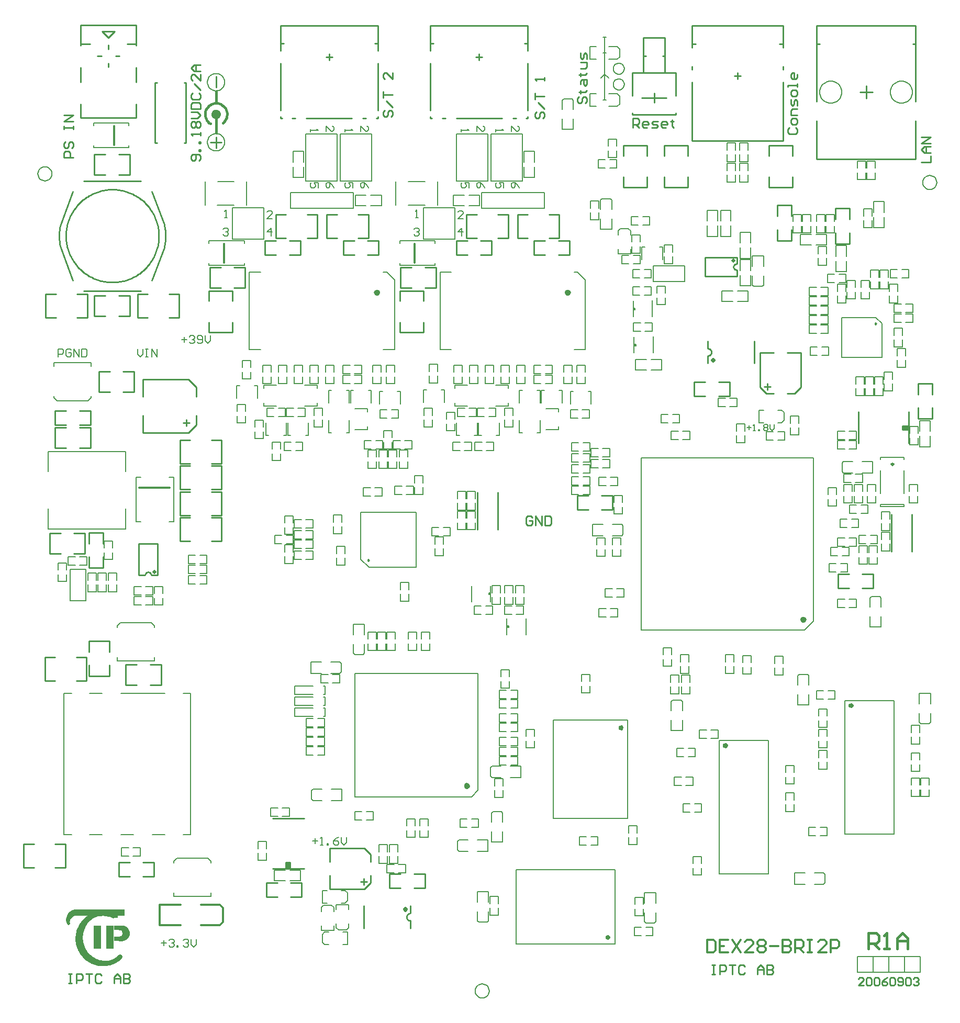
<source format=gto>
%FSLAX24Y24*%
%MOIN*%
G70*
G01*
G75*
%ADD10C,0.0100*%
%ADD11R,0.1250X0.0600*%
%ADD12R,0.0600X0.1000*%
%ADD13R,0.0380X0.0380*%
%ADD14R,0.0600X0.0600*%
%ADD15R,0.0709X0.1575*%
%ADD16R,0.1614X0.0827*%
%ADD17O,0.0701X0.0157*%
%ADD18R,0.1500X0.1100*%
%ADD19R,0.0600X0.1250*%
%ADD20R,0.0500X0.0600*%
%ADD21R,0.0600X0.0500*%
%ADD22R,0.0315X0.0472*%
%ADD23R,0.1200X0.0900*%
%ADD24R,0.0551X0.0492*%
%ADD25O,0.0138X0.0846*%
%ADD26R,0.0138X0.0846*%
%ADD27R,0.1575X0.1181*%
%ADD28R,0.0709X0.1378*%
%ADD29R,0.0800X0.0800*%
%ADD30O,0.0630X0.0110*%
%ADD31O,0.0110X0.0630*%
%ADD32R,0.0110X0.0630*%
%ADD33R,0.0472X0.1260*%
%ADD34R,0.0472X0.0315*%
%ADD35R,0.0425X0.0380*%
%ADD36C,0.0400*%
%ADD37R,0.1378X0.0709*%
%ADD38R,0.0650X0.0500*%
%ADD39O,0.0787X0.0177*%
%ADD40R,0.0787X0.0177*%
%ADD41R,0.0236X0.0433*%
%ADD42R,0.0492X0.0551*%
%ADD43O,0.0669X0.0110*%
%ADD44R,0.0669X0.0110*%
%ADD45O,0.0110X0.0669*%
%ADD46R,0.0110X0.0669*%
%ADD47R,0.1000X0.0600*%
%ADD48R,0.0850X0.1080*%
%ADD49R,0.0600X0.1350*%
%ADD50R,0.1575X0.2165*%
%ADD51R,0.1500X0.1680*%
%ADD52R,0.0866X0.1142*%
%ADD53O,0.0630X0.0110*%
%ADD54R,0.0630X0.0110*%
%ADD55O,0.0110X0.0709*%
%ADD56O,0.0709X0.0110*%
%ADD57O,0.0709X0.0110*%
%ADD58R,0.0709X0.0110*%
%ADD59O,0.0157X0.0701*%
%ADD60O,0.0110X0.0630*%
%ADD61R,0.0787X0.0512*%
%ADD62R,0.0945X0.0906*%
%ADD63C,0.0200*%
%ADD64C,0.0500*%
%ADD65C,0.0120*%
%ADD66C,0.0150*%
%ADD67C,0.0600*%
%ADD68C,0.0400*%
%ADD69C,0.0250*%
%ADD70C,0.0300*%
%ADD71C,0.0380*%
%ADD72C,0.0700*%
%ADD73C,0.0110*%
%ADD74C,0.0320*%
%ADD75C,0.0080*%
%ADD76C,0.0280*%
%ADD77C,0.0310*%
%ADD78C,0.0140*%
%ADD79C,0.0157*%
%ADD80C,0.0130*%
%ADD81C,0.0090*%
%ADD82C,0.0220*%
%ADD83C,0.0170*%
%ADD84C,0.0180*%
%ADD85C,0.0308*%
%ADD86C,0.0160*%
%ADD87C,0.0390*%
%ADD88R,0.0670X0.0700*%
%ADD89R,0.1350X0.1400*%
%ADD90R,0.0300X0.1229*%
%ADD91C,0.0620*%
%ADD92C,0.0600*%
%ADD93C,0.1000*%
%ADD94C,0.0650*%
%ADD95C,0.0906*%
%ADD96C,0.0787*%
%ADD97C,0.0866*%
%ADD98C,0.1024*%
%ADD99C,0.1024*%
%ADD100P,0.0620X8X0*%
%ADD101C,0.0945*%
%ADD102C,0.0500*%
%ADD103C,0.0118*%
%ADD104C,0.0098*%
%ADD105C,0.0060*%
%ADD106C,0.0079*%
%ADD107C,0.0070*%
%ADD108R,0.0500X0.0300*%
%ADD109R,0.0500X0.1500*%
%ADD110R,0.3100X0.0430*%
%ADD111R,0.0360X0.0130*%
D10*
X123328Y96538D02*
X123253Y96581D01*
Y96494D01*
X123328Y96538D01*
X72364Y59189D02*
X72262Y59180D01*
X72164Y59155D01*
X72071Y59114D01*
X71986Y59057D01*
X71912Y58988D01*
X71850Y58907D01*
X71803Y58816D01*
X71772Y58720D01*
X71757Y58619D01*
X71759Y58517D01*
X71778Y58417D01*
X71814Y58322D01*
X71369Y102856D02*
X71349Y102759D01*
X71332Y102663D01*
X71318Y102566D01*
X71307Y102468D01*
X71298Y102370D01*
X71292Y102272D01*
X71290Y102174D01*
Y102076D01*
X71292Y101978D01*
X71298Y101880D01*
X71307Y101782D01*
X71318Y101685D01*
X71332Y101587D01*
X71349Y101491D01*
X71369Y101395D01*
X77630Y102125D02*
X77628Y102225D01*
X77623Y102325D01*
X77615Y102424D01*
X77603Y102523D01*
X77588Y102622D01*
X77570Y102720D01*
X77548Y102817D01*
X77523Y102914D01*
X77495Y103010D01*
X77463Y103104D01*
X77428Y103198D01*
X77391Y103290D01*
X77350Y103382D01*
X77306Y103471D01*
X77259Y103559D01*
X77209Y103646D01*
X77156Y103730D01*
X77100Y103813D01*
X77042Y103894D01*
X76981Y103973D01*
X76917Y104050D01*
X76851Y104125D01*
X76782Y104197D01*
X76711Y104267D01*
X76637Y104334D01*
X76562Y104400D01*
X76484Y104462D01*
X76404Y104522D01*
X76322Y104579D01*
X76238Y104633D01*
X76153Y104684D01*
X76065Y104733D01*
X75976Y104778D01*
X75886Y104821D01*
X75794Y104860D01*
X75701Y104896D01*
X75607Y104929D01*
X75512Y104959D01*
X75416Y104986D01*
X75319Y105009D01*
X75221Y105029D01*
X75122Y105046D01*
X75024Y105060D01*
X74924Y105070D01*
X74825Y105076D01*
X74725Y105080D01*
X74625D01*
X74525Y105076D01*
X74426Y105070D01*
X74326Y105060D01*
X74228Y105046D01*
X74129Y105029D01*
X74031Y105009D01*
X73934Y104986D01*
X73838Y104959D01*
X73743Y104929D01*
X73649Y104896D01*
X73556Y104860D01*
X73464Y104821D01*
X73374Y104778D01*
X73285Y104733D01*
X73197Y104684D01*
X73112Y104633D01*
X73028Y104579D01*
X72946Y104522D01*
X72866Y104462D01*
X72788Y104400D01*
X72713Y104334D01*
X72639Y104267D01*
X72568Y104197D01*
X72499Y104125D01*
X72433Y104050D01*
X72369Y103973D01*
X72308Y103894D01*
X72250Y103813D01*
X72194Y103730D01*
X72141Y103646D01*
X72091Y103559D01*
X72044Y103471D01*
X72000Y103382D01*
X71959Y103290D01*
X71922Y103198D01*
X71887Y103104D01*
X71855Y103010D01*
X71827Y102914D01*
X71802Y102817D01*
X71780Y102720D01*
X71762Y102622D01*
X71747Y102523D01*
X71735Y102424D01*
X71727Y102325D01*
X71722Y102225D01*
X71720Y102125D01*
X71722Y102025D01*
X71727Y101926D01*
X71735Y101826D01*
X71747Y101727D01*
X71762Y101628D01*
X71780Y101530D01*
X71802Y101433D01*
X71827Y101336D01*
X71855Y101240D01*
X71887Y101146D01*
X71922Y101052D01*
X71959Y100960D01*
X72000Y100869D01*
X72044Y100779D01*
X72091Y100691D01*
X72141Y100605D01*
X72194Y100520D01*
X72250Y100437D01*
X72308Y100356D01*
X72369Y100277D01*
X72433Y100200D01*
X72499Y100126D01*
X72568Y100053D01*
X72639Y99983D01*
X72713Y99916D01*
X72788Y99851D01*
X72866Y99788D01*
X72946Y99728D01*
X73028Y99671D01*
X73112Y99617D01*
X73197Y99566D01*
X73285Y99517D01*
X73374Y99472D01*
X73464Y99430D01*
X73556Y99390D01*
X73649Y99354D01*
X73743Y99321D01*
X73838Y99291D01*
X73934Y99264D01*
X74031Y99241D01*
X74129Y99221D01*
X74228Y99204D01*
X74326Y99191D01*
X74426Y99181D01*
X74525Y99174D01*
X74625Y99170D01*
X74725Y99170D01*
X74825Y99174D01*
X74924Y99181D01*
X75024Y99191D01*
X75122Y99204D01*
X75221Y99221D01*
X75319Y99241D01*
X75416Y99264D01*
X75512Y99291D01*
X75607Y99321D01*
X75701Y99354D01*
X75794Y99390D01*
X75886Y99430D01*
X75976Y99472D01*
X76065Y99517D01*
X76153Y99566D01*
X76238Y99617D01*
X76322Y99671D01*
X76404Y99729D01*
X76484Y99788D01*
X76562Y99851D01*
X76637Y99916D01*
X76711Y99983D01*
X76782Y100053D01*
X76851Y100126D01*
X76917Y100200D01*
X76981Y100277D01*
X77042Y100356D01*
X77100Y100437D01*
X77156Y100520D01*
X77209Y100605D01*
X77259Y100691D01*
X77306Y100779D01*
X77350Y100869D01*
X77391Y100960D01*
X77428Y101052D01*
X77463Y101146D01*
X77495Y101240D01*
X77523Y101336D01*
X77548Y101433D01*
X77570Y101530D01*
X77588Y101628D01*
X77603Y101727D01*
X77615Y101826D01*
X77623Y101926D01*
X77628Y102025D01*
X77630Y102125D01*
X77981Y101395D02*
X78001Y101491D01*
X78018Y101587D01*
X78032Y101685D01*
X78043Y101782D01*
X78052Y101880D01*
X78058Y101978D01*
X78060Y102076D01*
Y102174D01*
X78058Y102272D01*
X78052Y102370D01*
X78043Y102468D01*
X78032Y102566D01*
X78018Y102663D01*
X78001Y102759D01*
X77981Y102856D01*
X91022Y81459D02*
X90947Y81503D01*
Y81416D01*
X91022Y81459D01*
X92975Y95975D02*
Y96625D01*
X94475Y95975D02*
Y96625D01*
Y97975D02*
Y98625D01*
X92975Y97975D02*
Y98625D01*
Y95975D02*
X94475D01*
X92975Y98625D02*
X94475D01*
X93025Y98825D02*
Y100125D01*
X95275Y98825D02*
Y100125D01*
X93025Y98825D02*
X93725D01*
X93025Y100125D02*
X93725D01*
X94575D02*
X95275D01*
X94575Y98825D02*
X95275D01*
X80875D02*
Y100125D01*
X83125Y98825D02*
Y100125D01*
X80875Y98825D02*
X81575D01*
X80875Y100125D02*
X81575D01*
X82425D02*
X83125D01*
X82425Y98825D02*
X83125D01*
X91625Y100925D02*
Y101825D01*
X89375Y100925D02*
Y101825D01*
X90925D02*
X91625D01*
X90925Y100925D02*
X91625D01*
X89375D02*
X90075D01*
X89375Y101825D02*
X90075D01*
X98825Y100925D02*
Y101825D01*
X96575Y100925D02*
Y101825D01*
X98125D02*
X98825D01*
X98125Y100925D02*
X98825D01*
X96575D02*
X97275D01*
X96575Y101825D02*
X97275D01*
X103775Y100925D02*
Y101825D01*
X101525Y100925D02*
Y101825D01*
X103075D02*
X103775D01*
X103075Y100925D02*
X103775D01*
X101525D02*
X102225D01*
X101525Y101825D02*
X102225D01*
X86650Y100925D02*
Y101825D01*
X84400Y100925D02*
Y101825D01*
X85950D02*
X86650D01*
X85950Y100925D02*
X86650D01*
X84400D02*
X85100D01*
X84400Y101825D02*
X85100D01*
X92325Y60575D02*
Y61475D01*
X94575Y60575D02*
Y61475D01*
X92325Y60575D02*
X93025D01*
X92325Y61475D02*
X93025D01*
X93875D02*
X94575D01*
X93875Y60575D02*
X94575D01*
X113975Y91925D02*
Y92825D01*
X111725Y91925D02*
Y92825D01*
X113275D02*
X113975D01*
X113275Y91925D02*
X113975D01*
X111725D02*
X112425D01*
X111725Y92825D02*
X112425D01*
X78975Y89125D02*
X79625D01*
X78975Y87625D02*
X79625D01*
X80975D02*
X81625D01*
X80975Y89125D02*
X81625D01*
X78975Y87625D02*
Y89125D01*
X81625Y87625D02*
Y89125D01*
X78975Y87475D02*
X79625D01*
X78975Y85975D02*
X79625D01*
X80975D02*
X81625D01*
X80975Y87475D02*
X81625D01*
X78975Y85975D02*
Y87475D01*
X81625Y85975D02*
Y87475D01*
X78975Y85825D02*
X79625D01*
X78975Y84325D02*
X79625D01*
X80975D02*
X81625D01*
X80975Y85825D02*
X81625D01*
X78975Y84325D02*
Y85825D01*
X81625Y84325D02*
Y85825D01*
X78975Y84175D02*
X79625D01*
X78975Y82675D02*
X79625D01*
X80975D02*
X81625D01*
X80975Y84175D02*
X81625D01*
X78975Y82675D02*
Y84175D01*
X81625Y82675D02*
Y84175D01*
X71025Y90975D02*
X71725D01*
X71025Y90075D02*
X71725D01*
X72575D02*
X73275D01*
X72575Y90975D02*
X73275D01*
X71025Y90075D02*
Y90975D01*
X73275Y90075D02*
Y90975D01*
X75075Y61325D02*
Y62225D01*
X77325Y61325D02*
Y62225D01*
X75075Y61325D02*
X75775D01*
X75075Y62225D02*
X75775D01*
X76625D02*
X77325D01*
X76625Y61325D02*
X77325D01*
X120875Y79675D02*
Y80575D01*
X123125Y79675D02*
Y80575D01*
X120875Y79675D02*
X121575D01*
X120875Y80575D02*
X121575D01*
X122425D02*
X123125D01*
X122425Y79675D02*
X123125D01*
X71025Y61875D02*
X71675D01*
X71025Y63375D02*
X71675D01*
X69025D02*
X69675D01*
X69025Y61875D02*
X69675D01*
X71675D02*
Y63375D01*
X69025Y61875D02*
Y63375D01*
X116475Y107875D02*
X117975D01*
X116475Y105225D02*
X117975D01*
X116475Y107225D02*
Y107875D01*
X117975Y107225D02*
Y107875D01*
Y105225D02*
Y105875D01*
X116475Y105225D02*
Y105875D01*
X119525Y115525D02*
X125825D01*
X119525Y107025D02*
X119525Y109464D01*
X119525Y107025D02*
X125825D01*
X119525Y114336D02*
X119712D01*
X125638D02*
X125825D01*
X122675Y110875D02*
Y111675D01*
X122275Y111275D02*
X123075D01*
X119525Y115525D02*
X119525Y110685D01*
X125825Y107025D02*
X125825Y109464D01*
X125825Y115525D02*
X125825Y110685D01*
X111575Y114125D02*
Y115525D01*
X117375Y114125D02*
Y115525D01*
X111575Y108175D02*
Y111925D01*
X117375Y108175D02*
Y111925D01*
X111575Y115525D02*
X117375D01*
X111575Y108175D02*
X117375D01*
X117140Y114343D02*
X117375D01*
X111575D02*
X111810D01*
X114275Y112325D02*
X114675D01*
X114475Y112125D02*
Y112525D01*
X117375Y112725D02*
Y112925D01*
X111575Y112725D02*
Y112925D01*
X116398Y92324D02*
Y92724D01*
X115926Y92472D02*
Y94677D01*
X116319Y92078D02*
X116792D01*
X115926Y94677D02*
X116792D01*
X116198Y92524D02*
X116598D01*
X115926Y92472D02*
X116319Y92078D01*
X118524Y92472D02*
Y94677D01*
X117658Y92078D02*
X118131D01*
X117658Y94677D02*
X118524D01*
X118131Y92078D02*
X118524Y92472D01*
X124975Y89875D02*
X125375D01*
X124975Y89925D02*
X125375D01*
Y88925D02*
Y90925D01*
X122175Y88925D02*
Y90925D01*
X124975Y90025D02*
X125375D01*
X124975Y89775D02*
Y90025D01*
Y89775D02*
X125375D01*
X109825Y105225D02*
Y105875D01*
X111325Y105225D02*
Y105875D01*
Y107225D02*
Y107875D01*
X109825Y107225D02*
Y107875D01*
Y105225D02*
X111325D01*
X109825Y107875D02*
X111325D01*
X90476Y60998D02*
X90876D01*
X88523Y60526D02*
X90728D01*
X91122Y60920D02*
Y61392D01*
X88523Y60526D02*
Y61392D01*
X90676Y60798D02*
Y61198D01*
X90728Y60526D02*
X91122Y60920D01*
X88523Y63124D02*
X90728D01*
X91122Y62258D02*
Y62731D01*
X88523Y62258D02*
Y63124D01*
X90728D02*
X91122Y62731D01*
X85825Y61825D02*
Y62225D01*
X85875Y61825D02*
Y62225D01*
X84875Y61825D02*
X86875D01*
X84875Y65025D02*
X86875D01*
X85975Y61825D02*
Y62225D01*
X85725D02*
X85975D01*
X85725Y61825D02*
Y62225D01*
X109175Y110630D02*
Y111201D01*
X108388Y110925D02*
X109962D01*
X107797Y109862D02*
Y109941D01*
X110553Y109862D02*
Y109941D01*
X107797Y111043D02*
Y111831D01*
X110553Y111043D02*
Y111831D01*
Y112500D01*
X107797D02*
X110553D01*
X107797Y111831D02*
Y112500D01*
X109864D02*
Y114764D01*
X108486Y112500D02*
Y114764D01*
X109864D01*
X107797Y109862D02*
X110553D01*
X109706Y113583D02*
X109864D01*
X108486D02*
X108644D01*
X104275Y84675D02*
Y85575D01*
X106525Y84675D02*
Y85575D01*
X104275Y84675D02*
X104975D01*
X104275Y85575D02*
X104975D01*
X105825D02*
X106525D01*
X105825Y84675D02*
X106525D01*
X73175Y74075D02*
X74475D01*
X73175Y76325D02*
X74475D01*
Y74075D02*
Y74775D01*
X73175Y74075D02*
Y74775D01*
Y75625D02*
Y76325D01*
X74475Y75625D02*
Y76325D01*
X75075Y97025D02*
X75775D01*
X75075Y98325D02*
X75775D01*
X73525D02*
X74225D01*
X73525Y97025D02*
X74225D01*
X75775D02*
Y98325D01*
X73525Y97025D02*
Y98325D01*
X101125Y110125D02*
Y113125D01*
Y109625D02*
Y109725D01*
Y113925D02*
Y115525D01*
X94925Y110125D02*
Y113125D01*
Y109625D02*
Y109725D01*
Y109625D02*
X95025D01*
X95675D02*
X95875D01*
X96575D02*
X99475D01*
X100175D02*
X100375D01*
X97825Y113525D02*
X98225D01*
X98025Y113325D02*
Y113725D01*
X94925Y115525D02*
X101125D01*
X101025Y109625D02*
X101125D01*
X94925Y113925D02*
Y115525D01*
X100925Y114375D02*
X101125D01*
X94925D02*
X95125D01*
X91575Y110125D02*
Y113125D01*
Y109625D02*
Y109725D01*
Y113925D02*
Y115525D01*
X85375Y110125D02*
Y113125D01*
Y109625D02*
Y109725D01*
Y109625D02*
X85475D01*
X86125D02*
X86325D01*
X87025D02*
X89925D01*
X90625D02*
X90825D01*
X88275Y113525D02*
X88675D01*
X88475Y113325D02*
Y113725D01*
X85375Y115525D02*
X91575D01*
X91475Y109625D02*
X91575D01*
X85375Y113925D02*
Y115525D01*
X91375Y114375D02*
X91575D01*
X85375D02*
X85575D01*
X88325Y101975D02*
Y103475D01*
X90975Y101975D02*
Y103475D01*
X88325Y101975D02*
X88975D01*
X88325Y103475D02*
X88975D01*
X90325D02*
X90975D01*
X90325Y101975D02*
X90975D01*
X85075D02*
Y103475D01*
X87725Y101975D02*
Y103475D01*
X85075Y101975D02*
X85725D01*
X85075Y103475D02*
X85725D01*
X87075D02*
X87725D01*
X87075Y101975D02*
X87725D01*
X103125D02*
Y103475D01*
X100475Y101975D02*
Y103475D01*
X102475D02*
X103125D01*
X102475Y101975D02*
X103125D01*
X100475D02*
X101125D01*
X100475Y103475D02*
X101125D01*
X97225Y101975D02*
Y103475D01*
X99875Y101975D02*
Y103475D01*
X97225Y101975D02*
X97875D01*
X97225Y103475D02*
X97875D01*
X99225D02*
X99875D01*
X99225Y101975D02*
X99875D01*
X107225Y107875D02*
X108725D01*
X107225Y105225D02*
X108725D01*
X107225Y107225D02*
Y107875D01*
X108725Y107225D02*
Y107875D01*
Y105225D02*
Y105875D01*
X107225Y105225D02*
Y105875D01*
X125975Y90475D02*
Y91175D01*
X126875Y90475D02*
Y91175D01*
Y92025D02*
Y92725D01*
X125975Y92025D02*
Y92725D01*
Y90475D02*
X126875D01*
X125975Y92725D02*
X126875D01*
X117025Y101825D02*
Y102525D01*
X117925Y101825D02*
Y102525D01*
Y103375D02*
Y104075D01*
X117025Y103375D02*
Y104075D01*
Y101825D02*
X117925D01*
X117025Y104075D02*
X117925D01*
X120725Y101625D02*
Y102325D01*
X121625Y101625D02*
Y102325D01*
Y103175D02*
Y103875D01*
X120725Y103175D02*
Y103875D01*
Y101625D02*
X121625D01*
X120725Y103875D02*
X121625D01*
X86025Y60025D02*
X86725D01*
X86025Y60925D02*
X86725D01*
X84475D02*
X85175D01*
X84475Y60025D02*
X85175D01*
X86725D02*
Y60925D01*
X84475Y60025D02*
Y60925D01*
X73525Y106025D02*
Y107325D01*
X75775Y106025D02*
Y107325D01*
X73525Y106025D02*
X74225D01*
X73525Y107325D02*
X74225D01*
X75075D02*
X75775D01*
X75075Y106025D02*
X75775D01*
X75365Y92175D02*
X76065D01*
X75365Y93475D02*
X76065D01*
X73815D02*
X74515D01*
X73815Y92175D02*
X74515D01*
X76065D02*
Y93475D01*
X73815Y92175D02*
Y93475D01*
X81275Y107725D02*
Y108425D01*
X80925Y108075D02*
X81625D01*
X81275Y111575D02*
Y112275D01*
X80825Y98625D02*
X82325D01*
X80825Y95975D02*
X82325D01*
X80825Y97975D02*
Y98625D01*
X82325Y97975D02*
Y98625D01*
Y95975D02*
Y96625D01*
X80825Y95975D02*
Y96625D01*
X70375Y73775D02*
Y75275D01*
X73025Y73775D02*
Y75275D01*
X70375Y73775D02*
X71025D01*
X70375Y75275D02*
X71025D01*
X72375D02*
X73025D01*
X72375Y73775D02*
X73025D01*
X79387Y90033D02*
Y90433D01*
X79187Y90233D02*
X79587D01*
X76605Y91875D02*
Y92975D01*
X80005Y91875D02*
Y92475D01*
X76605Y92975D02*
X79505D01*
X76605Y89575D02*
Y90675D01*
X80005Y90075D02*
Y90675D01*
X76605Y89575D02*
X79505D01*
X80005Y90075D01*
X79505Y92975D02*
X80005Y92475D01*
X77075Y73525D02*
X77775D01*
X77075Y74825D02*
X77775D01*
X75525D02*
X76225D01*
X75525Y73525D02*
X76225D01*
X77775D02*
Y74825D01*
X75525Y73525D02*
Y74825D01*
X72575Y88625D02*
X73275D01*
X72575Y89925D02*
X73275D01*
X71025D02*
X71725D01*
X71025Y88625D02*
X71725D01*
X73275D02*
Y89925D01*
X71025Y88625D02*
Y89925D01*
X72925Y81875D02*
Y83175D01*
X70675Y81875D02*
Y83175D01*
X72225D02*
X72925D01*
X72225Y81875D02*
X72925D01*
X70675D02*
X71375D01*
X70675Y83175D02*
X71375D01*
X73175Y80975D02*
Y81675D01*
X74075Y80975D02*
Y81675D01*
Y82525D02*
Y83225D01*
X73175Y82525D02*
Y83225D01*
Y80975D02*
X74075D01*
X73175Y83225D02*
X74075D01*
X72425Y96925D02*
X73075D01*
X72425Y98425D02*
X73075D01*
X70425D02*
X71075D01*
X70425Y96925D02*
X71075D01*
X73075D02*
Y98425D01*
X70425Y96925D02*
Y98425D01*
X78275Y96925D02*
X78925D01*
X78275Y98425D02*
X78925D01*
X76275D02*
X76925D01*
X76275Y96925D02*
X76925D01*
X78925D02*
Y98425D01*
X76275Y96925D02*
Y98425D01*
X79365Y108055D02*
Y111895D01*
X77385Y108055D02*
Y111895D01*
X79242Y108055D02*
X79365D01*
X77385Y111895D02*
X77508D01*
X77385Y108055D02*
X77508D01*
X79242Y111895D02*
X79365D01*
X73725Y113575D02*
X73975D01*
X74875D02*
X75125D01*
X74425Y112875D02*
Y113125D01*
Y114025D02*
Y114275D01*
X74015Y115156D02*
X74815D01*
X74015D02*
X74415Y114756D01*
X74815Y115156D01*
X72653Y109638D02*
X76197D01*
Y114362D02*
Y115544D01*
X72653D02*
X76197D01*
X75606Y114362D02*
X76197D01*
X72653D02*
X73244D01*
X76197Y114244D02*
Y114362D01*
Y111922D02*
Y112866D01*
Y109638D02*
Y110504D01*
X72653Y114362D02*
Y115544D01*
Y114244D02*
Y114362D01*
Y111922D02*
Y112866D01*
Y109638D02*
Y110504D01*
X71369Y101395D02*
X72155Y99290D01*
X72864Y98621D02*
X76486D01*
X77195Y99290D02*
X77981Y101395D01*
X71369Y102856D02*
X72155Y104960D01*
X72864Y105629D02*
X76486D01*
X77195Y104960D02*
X77981Y102856D01*
X125575Y82029D02*
Y84392D01*
X124275Y82029D02*
Y84392D01*
X97925Y83429D02*
Y85792D01*
X99225Y83429D02*
Y85792D01*
X101425Y84175D02*
X101325Y84275D01*
X101125D01*
X101025Y84175D01*
Y83775D01*
X101125Y83675D01*
X101325D01*
X101425Y83775D01*
Y83975D01*
X101225D01*
X101625Y83675D02*
Y84275D01*
X102025Y83675D01*
Y84275D01*
X102225D02*
Y83675D01*
X102525D01*
X102624Y83775D01*
Y84175D01*
X102525Y84275D01*
X102225D01*
X117775Y109025D02*
X117675Y108925D01*
Y108725D01*
X117775Y108625D01*
X118175D01*
X118275Y108725D01*
Y108925D01*
X118175Y109025D01*
X118275Y109325D02*
Y109525D01*
X118175Y109625D01*
X117975D01*
X117875Y109525D01*
Y109325D01*
X117975Y109225D01*
X118175D01*
X118275Y109325D01*
Y109825D02*
X117875D01*
Y110125D01*
X117975Y110225D01*
X118275D01*
Y110425D02*
Y110724D01*
X118175Y110824D01*
X118075Y110724D01*
Y110524D01*
X117975Y110425D01*
X117875Y110524D01*
Y110824D01*
X118275Y111124D02*
Y111324D01*
X118175Y111424D01*
X117975D01*
X117875Y111324D01*
Y111124D01*
X117975Y111024D01*
X118175D01*
X118275Y111124D01*
Y111624D02*
Y111824D01*
Y111724D01*
X117675D01*
Y111624D01*
X118275Y112424D02*
Y112224D01*
X118175Y112124D01*
X117975D01*
X117875Y112224D01*
Y112424D01*
X117975Y112524D01*
X118075D01*
Y112124D01*
X126175Y106825D02*
X126775D01*
Y107225D01*
Y107425D02*
X126375D01*
X126175Y107625D01*
X126375Y107825D01*
X126775D01*
X126475D01*
Y107425D01*
X126775Y108025D02*
X126175D01*
X126775Y108425D01*
X126175D01*
X104375Y110975D02*
X104275Y110875D01*
Y110675D01*
X104375Y110575D01*
X104475D01*
X104575Y110675D01*
Y110875D01*
X104675Y110975D01*
X104775D01*
X104875Y110875D01*
Y110675D01*
X104775Y110575D01*
X104375Y111275D02*
X104475D01*
Y111175D01*
Y111375D01*
Y111275D01*
X104775D01*
X104875Y111375D01*
X104475Y111775D02*
Y111975D01*
X104575Y112075D01*
X104875D01*
Y111775D01*
X104775Y111675D01*
X104675Y111775D01*
Y112075D01*
X104375Y112375D02*
X104475D01*
Y112275D01*
Y112474D01*
Y112375D01*
X104775D01*
X104875Y112474D01*
X104475Y112774D02*
X104775D01*
X104875Y112874D01*
Y113174D01*
X104475D01*
X104875Y113374D02*
Y113674D01*
X104775Y113774D01*
X104675Y113674D01*
Y113474D01*
X104575Y113374D01*
X104475Y113474D01*
Y113774D01*
X72175Y107125D02*
X71575D01*
Y107425D01*
X71675Y107525D01*
X71875D01*
X71975Y107425D01*
Y107125D01*
X71675Y108125D02*
X71575Y108025D01*
Y107825D01*
X71675Y107725D01*
X71775D01*
X71875Y107825D01*
Y108025D01*
X71975Y108125D01*
X72075D01*
X72175Y108025D01*
Y107825D01*
X72075Y107725D01*
X71575Y108925D02*
Y109124D01*
Y109024D01*
X72175D01*
Y108925D01*
Y109124D01*
Y109424D02*
X71575D01*
X72175Y109824D01*
X71575D01*
X92025Y110125D02*
X91925Y110025D01*
Y109825D01*
X92025Y109725D01*
X92125D01*
X92225Y109825D01*
Y110025D01*
X92325Y110125D01*
X92425D01*
X92525Y110025D01*
Y109825D01*
X92425Y109725D01*
X92525Y110325D02*
X92125Y110725D01*
X91925Y110925D02*
Y111325D01*
Y111125D01*
X92525D01*
Y112524D02*
Y112124D01*
X92125Y112524D01*
X92025D01*
X91925Y112424D01*
Y112224D01*
X92025Y112124D01*
X122508Y54375D02*
X122175D01*
X122508Y54708D01*
Y54792D01*
X122425Y54875D01*
X122258D01*
X122175Y54792D01*
X122675D02*
X122758Y54875D01*
X122925D01*
X123008Y54792D01*
Y54458D01*
X122925Y54375D01*
X122758D01*
X122675Y54458D01*
Y54792D01*
X123175D02*
X123258Y54875D01*
X123425D01*
X123508Y54792D01*
Y54458D01*
X123425Y54375D01*
X123258D01*
X123175Y54458D01*
Y54792D01*
X124008Y54875D02*
X123841Y54792D01*
X123675Y54625D01*
Y54458D01*
X123758Y54375D01*
X123924D01*
X124008Y54458D01*
Y54542D01*
X123924Y54625D01*
X123675D01*
X124174Y54792D02*
X124258Y54875D01*
X124424D01*
X124508Y54792D01*
Y54458D01*
X124424Y54375D01*
X124258D01*
X124174Y54458D01*
Y54792D01*
X124674Y54458D02*
X124757Y54375D01*
X124924D01*
X125007Y54458D01*
Y54792D01*
X124924Y54875D01*
X124757D01*
X124674Y54792D01*
Y54708D01*
X124757Y54625D01*
X125007D01*
X125174Y54792D02*
X125257Y54875D01*
X125424D01*
X125507Y54792D01*
Y54458D01*
X125424Y54375D01*
X125257D01*
X125174Y54458D01*
Y54792D01*
X125674D02*
X125757Y54875D01*
X125924D01*
X126007Y54792D01*
Y54708D01*
X125924Y54625D01*
X125840D01*
X125924D01*
X126007Y54542D01*
Y54458D01*
X125924Y54375D01*
X125757D01*
X125674Y54458D01*
X112845Y55695D02*
X113045D01*
X112945D01*
Y55095D01*
X112845D01*
X113045D01*
X113345D02*
Y55695D01*
X113645D01*
X113745Y55595D01*
Y55395D01*
X113645Y55295D01*
X113345D01*
X113945Y55695D02*
X114345D01*
X114145D01*
Y55095D01*
X114944Y55595D02*
X114844Y55695D01*
X114644D01*
X114544Y55595D01*
Y55195D01*
X114644Y55095D01*
X114844D01*
X114944Y55195D01*
X115744Y55095D02*
Y55495D01*
X115944Y55695D01*
X116144Y55495D01*
Y55095D01*
Y55395D01*
X115744D01*
X116344Y55695D02*
Y55095D01*
X116644D01*
X116744Y55195D01*
Y55295D01*
X116644Y55395D01*
X116344D01*
X116644D01*
X116744Y55495D01*
Y55595D01*
X116644Y55695D01*
X116344D01*
X80175Y106925D02*
X80275Y107025D01*
Y107225D01*
X80175Y107325D01*
X79775D01*
X79675Y107225D01*
Y107025D01*
X79775Y106925D01*
X79875D01*
X79975Y107025D01*
Y107325D01*
X80275Y107525D02*
X80175D01*
Y107625D01*
X80275D01*
Y107525D01*
Y108025D02*
X80175D01*
Y108125D01*
X80275D01*
Y108025D01*
Y108525D02*
Y108725D01*
Y108625D01*
X79675D01*
X79775Y108525D01*
Y109024D02*
X79675Y109124D01*
Y109324D01*
X79775Y109424D01*
X79875D01*
X79975Y109324D01*
X80075Y109424D01*
X80175D01*
X80275Y109324D01*
Y109124D01*
X80175Y109024D01*
X80075D01*
X79975Y109124D01*
X79875Y109024D01*
X79775D01*
X79975Y109124D02*
Y109324D01*
X79675Y109624D02*
X80075D01*
X80275Y109824D01*
X80075Y110024D01*
X79675D01*
Y110224D02*
X80275D01*
Y110524D01*
X80175Y110624D01*
X79775D01*
X79675Y110524D01*
Y110224D01*
X79775Y111224D02*
X79675Y111124D01*
Y110924D01*
X79775Y110824D01*
X80175D01*
X80275Y110924D01*
Y111124D01*
X80175Y111224D01*
X80275Y111424D02*
X79875Y111824D01*
X80275Y112423D02*
Y112023D01*
X79875Y112423D01*
X79775D01*
X79675Y112323D01*
Y112123D01*
X79775Y112023D01*
X80275Y112623D02*
X79875D01*
X79675Y112823D01*
X79875Y113023D01*
X80275D01*
X79975D01*
Y112623D01*
X101675Y110025D02*
X101575Y109925D01*
Y109725D01*
X101675Y109625D01*
X101775D01*
X101875Y109725D01*
Y109925D01*
X101975Y110025D01*
X102075D01*
X102175Y109925D01*
Y109725D01*
X102075Y109625D01*
X102175Y110225D02*
X101775Y110625D01*
X101575Y110825D02*
Y111225D01*
Y111025D01*
X102175D01*
Y112024D02*
Y112224D01*
Y112124D01*
X101575D01*
X101675Y112024D01*
X107825Y109025D02*
Y109625D01*
X108125D01*
X108225Y109525D01*
Y109325D01*
X108125Y109225D01*
X107825D01*
X108025D02*
X108225Y109025D01*
X108725D02*
X108525D01*
X108425Y109125D01*
Y109325D01*
X108525Y109425D01*
X108725D01*
X108825Y109325D01*
Y109225D01*
X108425D01*
X109025Y109025D02*
X109325D01*
X109424Y109125D01*
X109325Y109225D01*
X109125D01*
X109025Y109325D01*
X109125Y109425D01*
X109424D01*
X109924Y109025D02*
X109724D01*
X109624Y109125D01*
Y109325D01*
X109724Y109425D01*
X109924D01*
X110024Y109325D01*
Y109225D01*
X109624D01*
X110324Y109525D02*
Y109425D01*
X110224D01*
X110424D01*
X110324D01*
Y109125D01*
X110424Y109025D01*
X71875Y55125D02*
X72075D01*
X71975D01*
Y54525D01*
X71875D01*
X72075D01*
X72375D02*
Y55125D01*
X72675D01*
X72775Y55025D01*
Y54825D01*
X72675Y54725D01*
X72375D01*
X72975Y55125D02*
X73375D01*
X73175D01*
Y54525D01*
X73974Y55025D02*
X73874Y55125D01*
X73674D01*
X73574Y55025D01*
Y54625D01*
X73674Y54525D01*
X73874D01*
X73974Y54625D01*
X74774Y54525D02*
Y54925D01*
X74974Y55125D01*
X75174Y54925D01*
Y54525D01*
Y54825D01*
X74774D01*
X75374Y55125D02*
Y54525D01*
X75674D01*
X75774Y54625D01*
Y54725D01*
X75674Y54825D01*
X75374D01*
X75674D01*
X75774Y54925D01*
Y55025D01*
X75674Y55125D01*
X75374D01*
D63*
X103775Y98508D02*
X103725Y98594D01*
X103625D01*
X103575Y98508D01*
X103625Y98421D01*
X103725D01*
X103775Y98508D01*
X72364Y58911D02*
X72267Y58901D01*
X72173Y58873D01*
X72086Y58827D01*
X72011Y58765D01*
X71949Y58689D01*
X71902Y58603D01*
X71874Y58509D01*
X71864Y58412D01*
X71873Y58314D01*
X91625Y98508D02*
X91575Y98594D01*
X91475D01*
X91425Y98508D01*
X91475Y98421D01*
X91575D01*
X91625Y98508D01*
X118773Y77672D02*
X118723Y77757D01*
X118625D01*
X118576Y77672D01*
X118625Y77587D01*
X118723D01*
X118773Y77672D01*
D65*
X81525Y59525D02*
X81725Y59325D01*
X81525Y58225D02*
X81725Y58425D01*
Y59325D01*
X77675Y58225D02*
Y59525D01*
X80325Y58225D02*
X81525D01*
X80325Y59525D02*
X81525D01*
X77675Y58225D02*
X79025D01*
X77675Y59525D02*
X79025D01*
X112565Y57295D02*
Y56495D01*
X112965D01*
X113098Y56628D01*
Y57162D01*
X112965Y57295D01*
X112565D01*
X113898D02*
X113365D01*
Y56495D01*
X113898D01*
X113365Y56895D02*
X113631D01*
X114164Y57295D02*
X114698Y56495D01*
Y57295D02*
X114164Y56495D01*
X115497D02*
X114964D01*
X115497Y57028D01*
Y57162D01*
X115364Y57295D01*
X115098D01*
X114964Y57162D01*
X115764D02*
X115897Y57295D01*
X116164D01*
X116297Y57162D01*
Y57028D01*
X116164Y56895D01*
X116297Y56762D01*
Y56628D01*
X116164Y56495D01*
X115897D01*
X115764Y56628D01*
Y56762D01*
X115897Y56895D01*
X115764Y57028D01*
Y57162D01*
X115897Y56895D02*
X116164D01*
X116564D02*
X117097D01*
X117363Y57295D02*
Y56495D01*
X117763D01*
X117897Y56628D01*
Y56762D01*
X117763Y56895D01*
X117363D01*
X117763D01*
X117897Y57028D01*
Y57162D01*
X117763Y57295D01*
X117363D01*
X118163Y56495D02*
Y57295D01*
X118563D01*
X118696Y57162D01*
Y56895D01*
X118563Y56762D01*
X118163D01*
X118430D02*
X118696Y56495D01*
X118963Y57295D02*
X119230D01*
X119096D01*
Y56495D01*
X118963D01*
X119230D01*
X120163D02*
X119629D01*
X120163Y57028D01*
Y57162D01*
X120029Y57295D01*
X119763D01*
X119629Y57162D01*
X120429Y56495D02*
Y57295D01*
X120829D01*
X120962Y57162D01*
Y56895D01*
X120829Y56762D01*
X120429D01*
D66*
X112995Y94216D02*
X112925Y94286D01*
X112855Y94216D01*
X112925Y94146D01*
X112995Y94216D01*
X72394Y59081D02*
X72290Y59071D01*
X72189Y59043D01*
X72095Y58996D01*
X72012Y58933D01*
X71941Y58856D01*
X71886Y58767D01*
X71848Y58669D01*
X71828Y58566D01*
X71828Y58462D01*
X71847Y58359D01*
X93395Y59234D02*
X93325Y59304D01*
X93255Y59234D01*
X93325Y59164D01*
X93395Y59234D01*
X81712Y109328D02*
X81787Y109397D01*
X81850Y109476D01*
X81902Y109563D01*
X81940Y109657D01*
X81965Y109755D01*
X81975Y109856D01*
X81970Y109957D01*
X81951Y110057D01*
X81918Y110152D01*
X81871Y110242D01*
X81812Y110324D01*
X81741Y110397D01*
X81661Y110459D01*
X81573Y110509D01*
X81478Y110545D01*
X81380Y110567D01*
X81279Y110575D01*
X81178Y110568D01*
X81079Y110547D01*
X80984Y110512D01*
X80895Y110463D01*
X80814Y110402D01*
X80743Y110330D01*
X80683Y110248D01*
X80635Y110159D01*
X80601Y110064D01*
X80581Y109964D01*
X80575Y109863D01*
X80584Y109762D01*
X80608Y109664D01*
X80645Y109570D01*
X80696Y109482D01*
X80758Y109403D01*
X80832Y109333D01*
X80915Y109275D01*
X81275Y108675D02*
Y109875D01*
Y110575D02*
Y111325D01*
D69*
X74264Y59017D02*
X74163Y59014D01*
X74063Y59005D01*
X73963Y58989D01*
X73865Y58967D01*
X73768Y58939D01*
X73674Y58905D01*
X73581Y58865D01*
X73491Y58819D01*
X73405Y58768D01*
X73321Y58711D01*
X73242Y58649D01*
X73166Y58583D01*
X73095Y58512D01*
X73029Y58436D01*
X72967Y58356D01*
X72910Y58273D01*
X72859Y58186D01*
X72813Y58097D01*
X72773Y58004D01*
X72739Y57909D01*
X72711Y57813D01*
X72689Y57714D01*
X72673Y57615D01*
X72664Y57515D01*
X72661Y57414D01*
X72664Y57313D01*
X72673Y57213D01*
X72689Y57114D01*
X72711Y57015D01*
X72739Y56918D01*
X72773Y56824D01*
X72813Y56731D01*
X72859Y56642D01*
X72910Y56555D01*
X72967Y56472D01*
X73029Y56392D01*
X73095Y56316D01*
X73166Y56245D01*
X73242Y56179D01*
X73321Y56117D01*
X73405Y56060D01*
X73491Y56009D01*
X73581Y55963D01*
X73674Y55923D01*
X73768Y55889D01*
X73865Y55861D01*
X73963Y55839D01*
X74063Y55823D01*
X74163Y55814D01*
X74264Y55811D01*
D70*
X75264Y57361D02*
X75363Y57375D01*
X75453Y57416D01*
X75528Y57481D01*
X75582Y57565D01*
X75610Y57661D01*
X75610Y57760D01*
X75582Y57856D01*
X75528Y57940D01*
X75453Y58005D01*
X75363Y58046D01*
X75264Y58061D01*
X74711Y58833D02*
X74618Y58871D01*
X74523Y58903D01*
X74426Y58928D01*
X74328Y58948D01*
X74229Y58962D01*
X74129Y58969D01*
X74029Y58970D01*
X73929Y58965D01*
X73829Y58953D01*
X73731Y58936D01*
X73633Y58912D01*
X73538Y58882D01*
X73444Y58847D01*
X73353Y58805D01*
X73265Y58758D01*
X73180Y58705D01*
X73098Y58648D01*
X73020Y58585D01*
X72946Y58517D01*
X72876Y58445D01*
X72811Y58369D01*
X72751Y58289D01*
X72697Y58205D01*
X72647Y58118D01*
X72603Y58028D01*
X72565Y57935D01*
X72532Y57841D01*
X72506Y57744D01*
X72486Y57646D01*
X72471Y57547D01*
X72464Y57447D01*
X72462Y57347D01*
X72467Y57247D01*
X72477Y57147D01*
X72494Y57049D01*
X72518Y56951D01*
X72547Y56856D01*
X72582Y56762D01*
X72623Y56670D01*
X72670Y56582D01*
X72722Y56496D01*
X72779Y56414D01*
X72841Y56336D01*
X72908Y56261D01*
X72980Y56191D01*
X73056Y56126D01*
X73136Y56066D01*
X73219Y56010D01*
X73306Y55960D01*
X73396Y55916D01*
X73488Y55877D01*
X73582Y55844D01*
X73679Y55817D01*
X73777Y55796D01*
X73876Y55781D01*
X73976Y55773D01*
X74076Y55771D01*
X74176Y55775D01*
X74275Y55785D01*
X74374Y55801D01*
X74472Y55824D01*
X74568Y55853D01*
X74662Y55887D01*
X74753Y55928D01*
X74842Y55974D01*
X74928Y56025D01*
X75010Y56082D01*
X75089Y56144D01*
X75164Y56211D01*
X75114Y57361D02*
X75213Y57375D01*
X75303Y57416D01*
X75378Y57481D01*
X75432Y57565D01*
X75460Y57661D01*
X75460Y57760D01*
X75432Y57856D01*
X75378Y57940D01*
X75303Y58005D01*
X75213Y58046D01*
X75114Y58061D01*
X81425Y109875D02*
X81390Y109972D01*
X81301Y110023D01*
X81200Y110005D01*
X81134Y109926D01*
Y109824D01*
X81200Y109745D01*
X81301Y109727D01*
X81390Y109779D01*
X81425Y109875D01*
X97294Y67092D02*
X97219Y67135D01*
Y67048D01*
X97294Y67092D01*
D75*
X98675Y54025D02*
X98664Y54125D01*
X98630Y54220D01*
X98577Y54306D01*
X98506Y54377D01*
X98420Y54431D01*
X98325Y54464D01*
X98225Y54475D01*
X98125Y54464D01*
X98030Y54431D01*
X97944Y54377D01*
X97873Y54306D01*
X97820Y54220D01*
X97786Y54125D01*
X97775Y54025D01*
X97786Y53925D01*
X97820Y53830D01*
X97873Y53745D01*
X97944Y53673D01*
X98030Y53620D01*
X98125Y53586D01*
X98225Y53575D01*
X98325Y53586D01*
X98420Y53620D01*
X98506Y53673D01*
X98577Y53745D01*
X98630Y53830D01*
X98664Y53925D01*
X98675Y54025D01*
X127175Y105525D02*
X127164Y105625D01*
X127130Y105720D01*
X127077Y105806D01*
X127006Y105877D01*
X126920Y105931D01*
X126825Y105964D01*
X126725Y105975D01*
X126625Y105964D01*
X126530Y105931D01*
X126444Y105877D01*
X126373Y105806D01*
X126320Y105720D01*
X126286Y105625D01*
X126275Y105525D01*
X126286Y105425D01*
X126320Y105330D01*
X126373Y105245D01*
X126444Y105173D01*
X126530Y105120D01*
X126625Y105086D01*
X126725Y105075D01*
X126825Y105086D01*
X126920Y105120D01*
X127006Y105173D01*
X127077Y105245D01*
X127130Y105330D01*
X127164Y105425D01*
X127175Y105525D01*
X70825Y106075D02*
X70814Y106175D01*
X70780Y106270D01*
X70727Y106356D01*
X70656Y106427D01*
X70570Y106481D01*
X70475Y106514D01*
X70375Y106525D01*
X70275Y106514D01*
X70180Y106481D01*
X70094Y106427D01*
X70023Y106356D01*
X69970Y106270D01*
X69936Y106175D01*
X69925Y106075D01*
X69936Y105975D01*
X69970Y105880D01*
X70023Y105795D01*
X70094Y105723D01*
X70180Y105670D01*
X70275Y105636D01*
X70375Y105625D01*
X70475Y105636D01*
X70570Y105670D01*
X70656Y105723D01*
X70727Y105795D01*
X70780Y105880D01*
X70814Y105975D01*
X70825Y106075D01*
X107275Y111775D02*
X107261Y111874D01*
X107219Y111964D01*
X107154Y112040D01*
X107070Y112093D01*
X106975Y112122D01*
X106875Y112122D01*
X106780Y112093D01*
X106696Y112040D01*
X106631Y111964D01*
X106589Y111874D01*
X106575Y111775D01*
X106589Y111676D01*
X106631Y111586D01*
X106696Y111511D01*
X106780Y111457D01*
X106875Y111429D01*
X106975Y111429D01*
X107070Y111457D01*
X107154Y111511D01*
X107219Y111586D01*
X107261Y111676D01*
X107275Y111775D01*
Y112775D02*
X107261Y112874D01*
X107219Y112964D01*
X107154Y113040D01*
X107070Y113093D01*
X106975Y113122D01*
X106875Y113122D01*
X106780Y113093D01*
X106696Y113040D01*
X106631Y112964D01*
X106589Y112874D01*
X106575Y112775D01*
X106589Y112676D01*
X106631Y112586D01*
X106696Y112511D01*
X106780Y112457D01*
X106875Y112429D01*
X106975Y112429D01*
X107070Y112457D01*
X107154Y112511D01*
X107219Y112586D01*
X107261Y112676D01*
X107275Y112775D01*
X98775Y105625D02*
Y107542D01*
Y105625D02*
Y108625D01*
X100775Y105625D02*
Y108625D01*
X98775D02*
X100775D01*
X98775Y105625D02*
X100775D01*
X73306Y93809D02*
Y94046D01*
X70944Y93809D02*
Y94046D01*
X71141Y91605D02*
X73109D01*
X70944Y94046D02*
X73306D01*
X73109Y91605D02*
X73306Y91801D01*
Y91929D01*
X70944Y91801D02*
X71141Y91605D01*
X70944Y91801D02*
Y91929D01*
X74994Y75055D02*
Y75291D01*
X77356Y75055D02*
Y75291D01*
X75191Y77496D02*
X77159D01*
X74994Y75055D02*
X77356D01*
X74994Y77299D02*
X75191Y77496D01*
X74994Y77171D02*
Y77299D01*
X77159Y77496D02*
X77356Y77299D01*
Y77171D02*
Y77299D01*
X71975Y80875D02*
X72975D01*
Y78875D02*
Y80875D01*
X71975Y78875D02*
Y80875D01*
Y78875D02*
X72975D01*
X76175Y83925D02*
X76475D01*
X76175Y86735D02*
X76475D01*
X78275Y83925D02*
X78575D01*
X78275Y86735D02*
X78575D01*
X94475Y101925D02*
X96475D01*
X94475Y103925D02*
X96475D01*
Y101925D02*
Y103925D01*
X94475Y101925D02*
Y103925D01*
X82325Y101925D02*
X84325D01*
X82325Y103925D02*
X84325D01*
Y101925D02*
Y103925D01*
X82325Y101925D02*
Y103925D01*
X104975Y92225D02*
X105155D01*
X103845D02*
X104025D01*
X103845Y91425D02*
Y92225D01*
X105155Y91425D02*
Y92225D01*
X95625Y92325D02*
X95805D01*
X94495D02*
X94675D01*
X94495Y91525D02*
Y92325D01*
X95805Y91525D02*
Y92325D01*
X93005Y91425D02*
Y92225D01*
X91695Y91425D02*
Y92225D01*
X91875D01*
X92825D02*
X93005D01*
X83905Y91775D02*
Y92575D01*
X82595Y91775D02*
Y92575D01*
X82775D01*
X83725D02*
X83905D01*
X122915Y77215D02*
Y77875D01*
X123635Y77215D02*
Y77875D01*
X122915Y78475D02*
Y79055D01*
X123635Y78475D02*
Y79055D01*
X122915Y77215D02*
X123635D01*
X123005Y79145D02*
X123545D01*
X123635Y79055D01*
X122915D02*
X123005Y79145D01*
X103315Y110755D02*
X103405Y110845D01*
X103945D02*
X104035Y110755D01*
X103405Y110845D02*
X103945D01*
X103315Y108915D02*
X104035D01*
Y110175D02*
Y110755D01*
X103315Y110175D02*
Y110755D01*
X104035Y108915D02*
Y109575D01*
X103315Y108915D02*
Y109575D01*
X116137Y100175D02*
Y100835D01*
X115417Y100175D02*
Y100835D01*
X116137Y98995D02*
Y99575D01*
X115417Y98995D02*
Y99575D01*
Y100835D02*
X116137D01*
X115507Y98905D02*
X116047D01*
X115417Y98995D02*
X115507Y98905D01*
X116047D02*
X116137Y98995D01*
X115849Y91025D02*
X116149D01*
X115849Y90225D02*
Y91025D01*
Y90225D02*
X116149D01*
X117449Y90375D02*
Y90875D01*
X117299Y91025D02*
X117449Y90875D01*
X117049Y91025D02*
X117299D01*
X117049Y90225D02*
X117299D01*
X117449Y90375D01*
X95549Y99825D02*
X96266D01*
X95549Y94888D02*
X96266D01*
X104084D02*
X104801D01*
X104069Y99825D02*
X104289D01*
X104801Y99313D01*
X97995Y89425D02*
Y90225D01*
X99305Y89425D02*
Y90225D01*
X99125Y89425D02*
X99305D01*
X97995D02*
X98175D01*
X96595D02*
Y90225D01*
X97905Y89425D02*
Y90225D01*
X97725Y89425D02*
X97905D01*
X96595D02*
X96775D01*
X103075Y89795D02*
Y89975D01*
Y90925D02*
Y91105D01*
X102275D02*
X103075D01*
X102275Y89795D02*
X103075D01*
X100595Y89575D02*
X100775D01*
X101725D02*
X101905D01*
Y90375D01*
X100595Y89575D02*
Y90375D01*
X99875Y91295D02*
Y91475D01*
Y92425D02*
Y92605D01*
X99075D02*
X99875D01*
X99075Y91295D02*
X99875D01*
X96475Y92425D02*
Y92605D01*
Y91295D02*
Y91475D01*
Y91295D02*
X97275D01*
X96475Y92605D02*
X97275D01*
X103125Y92275D02*
X103305D01*
X101995D02*
X102175D01*
X101995Y91475D02*
Y92275D01*
X103305Y91475D02*
Y92275D01*
X101725D02*
X101905D01*
X100595D02*
X100775D01*
X100595Y91475D02*
Y92275D01*
X101905Y91475D02*
Y92275D01*
X87315Y74985D02*
X87975D01*
X87315Y74265D02*
X87975D01*
X88575Y74985D02*
X89155D01*
X88575Y74265D02*
X89155D01*
X87315D02*
Y74985D01*
X89245Y74355D02*
Y74895D01*
X89155Y74265D02*
X89245Y74355D01*
X89155Y74985D02*
X89245Y74895D01*
X105265Y83735D02*
X105925D01*
X105265Y83015D02*
X105925D01*
X106525Y83735D02*
X107105D01*
X106525Y83015D02*
X107105D01*
X105265D02*
Y83735D01*
X107195Y83105D02*
Y83645D01*
X107105Y83015D02*
X107195Y83105D01*
X107105Y83735D02*
X107195Y83645D01*
X93515Y104075D02*
X94575D01*
X92725D02*
Y105575D01*
X95375Y104075D02*
Y105575D01*
X93525D02*
X94585D01*
X105765Y102565D02*
Y103225D01*
X106485Y102565D02*
Y103225D01*
X105765Y103825D02*
Y104405D01*
X106485Y103825D02*
Y104405D01*
X105765Y102565D02*
X106485D01*
X105855Y104495D02*
X106395D01*
X106485Y104405D01*
X105765D02*
X105855Y104495D01*
X96655Y63005D02*
X96745Y62915D01*
X96655Y63545D02*
X96745Y63635D01*
X96655Y63005D02*
Y63545D01*
X98585Y62915D02*
Y63635D01*
X96745D02*
X97325D01*
X96745Y62915D02*
X97325D01*
X97925Y63635D02*
X98585D01*
X97925Y62915D02*
X98585D01*
X90645Y75455D02*
X90735Y75545D01*
X90015D02*
X90105Y75455D01*
X90645D01*
X90015Y77385D02*
X90735D01*
X90015Y75545D02*
Y76125D01*
X90735Y75545D02*
Y76125D01*
X90015Y76725D02*
Y77385D01*
X90735Y76725D02*
Y77385D01*
X87355Y66255D02*
X87445Y66165D01*
X87355Y66795D02*
X87445Y66885D01*
X87355Y66255D02*
Y66795D01*
X89285Y66165D02*
Y66885D01*
X87445D02*
X88025D01*
X87445Y66165D02*
X88025D01*
X88625Y66885D02*
X89285D01*
X88625Y66165D02*
X89285D01*
X98815Y65355D02*
X98905Y65445D01*
X99445D02*
X99535Y65355D01*
X98905Y65445D02*
X99445D01*
X98815Y63515D02*
X99535D01*
Y64775D02*
Y65355D01*
X98815Y64775D02*
Y65355D01*
X99535Y63515D02*
Y64175D01*
X98815Y63515D02*
Y64175D01*
X105075Y113375D02*
Y114175D01*
Y113375D02*
X105475D01*
X105075Y114175D02*
X105475D01*
X106275D02*
X106825D01*
X106975Y114025D01*
Y113525D02*
Y114025D01*
X106825Y113375D02*
X106975Y113525D01*
X106275Y113375D02*
X106825D01*
X98635Y59675D02*
Y60335D01*
X97915Y59675D02*
Y60335D01*
X98635Y58495D02*
Y59075D01*
X97915Y58495D02*
Y59075D01*
Y60335D02*
X98635D01*
X98005Y58405D02*
X98545D01*
X97915Y58495D02*
X98005Y58405D01*
X98545D02*
X98635Y58495D01*
X109285Y59625D02*
Y60285D01*
X108565Y59625D02*
Y60285D01*
X109285Y58445D02*
Y59025D01*
X108565Y58445D02*
Y59025D01*
Y60285D02*
X109285D01*
X108655Y58355D02*
X109195D01*
X108565Y58445D02*
X108655Y58355D01*
X109195D02*
X109285Y58445D01*
X118115Y61535D02*
X118775D01*
X118115Y60815D02*
X118775D01*
X119375Y61535D02*
X119955D01*
X119375Y60815D02*
X119955D01*
X118115D02*
Y61535D01*
X120045Y60905D02*
Y61445D01*
X119955Y60815D02*
X120045Y60905D01*
X119955Y61535D02*
X120045Y61445D01*
X126695Y71055D02*
X126785Y71145D01*
X126065D02*
X126155Y71055D01*
X126695D01*
X126065Y72985D02*
X126785D01*
X126065Y71145D02*
Y71725D01*
X126785Y71145D02*
Y71725D01*
X126065Y72325D02*
Y72985D01*
X126785Y72325D02*
Y72985D01*
X118315Y74105D02*
X118405Y74195D01*
X118945D02*
X119035Y74105D01*
X118405Y74195D02*
X118945D01*
X118315Y72265D02*
X119035D01*
Y73525D02*
Y74105D01*
X118315Y73525D02*
Y74105D01*
X119035Y72265D02*
Y72925D01*
X118315Y72265D02*
Y72925D01*
X122415Y87015D02*
X123075D01*
X122415Y87735D02*
X123075D01*
X121235Y87015D02*
X121815D01*
X121235Y87735D02*
X121815D01*
X123075Y87015D02*
Y87735D01*
X121145Y87105D02*
Y87645D01*
X121235Y87735D01*
X121145Y87105D02*
X121235Y87015D01*
X110265Y72455D02*
X110355Y72545D01*
X110895D02*
X110985Y72455D01*
X110355Y72545D02*
X110895D01*
X110265Y70615D02*
X110985D01*
Y71875D02*
Y72455D01*
X110265Y71875D02*
Y72455D01*
X110985Y70615D02*
Y71275D01*
X110265Y70615D02*
Y71275D01*
X99854Y77175D02*
Y77275D01*
X99789Y76725D02*
Y77745D01*
X99804Y77175D02*
X99904D01*
Y77275D01*
X99804D02*
X99904D01*
X101009Y76729D02*
Y77749D01*
X80956Y62171D02*
Y62299D01*
X80759Y62496D02*
X80956Y62299D01*
X78594Y62171D02*
Y62299D01*
X78791Y62496D01*
X78594Y60055D02*
X80956D01*
X78791Y62496D02*
X80759D01*
X80956Y60055D02*
Y60291D01*
X78594Y60055D02*
Y60291D01*
X98696Y79275D02*
Y79375D01*
X98761Y78805D02*
Y79825D01*
X98646Y79375D02*
X98746D01*
X98646Y79275D02*
Y79375D01*
Y79275D02*
X98746D01*
X97541Y78801D02*
Y79821D01*
X89499Y59625D02*
X89649Y59775D01*
X89249Y59625D02*
X89499D01*
X89249Y60425D02*
X89499D01*
X89649Y60275D01*
Y59775D02*
Y60275D01*
X88049Y59625D02*
X88349D01*
X88049D02*
Y60425D01*
X88349D01*
X89351Y56975D02*
X89651D01*
Y57775D01*
X89351D02*
X89651D01*
X88051Y57125D02*
Y57625D01*
Y57125D02*
X88201Y56975D01*
X88451D01*
X88201Y57775D02*
X88451D01*
X88051Y57625D02*
X88201Y57775D01*
X88925Y58051D02*
X89075Y57901D01*
X88925Y58051D02*
Y58301D01*
X89725Y58051D02*
Y58301D01*
X89575Y57901D02*
X89725Y58051D01*
X89075Y57901D02*
X89575D01*
X88925Y59201D02*
Y59501D01*
X89725D01*
Y59201D02*
Y59501D01*
X87975Y57899D02*
Y58199D01*
Y57899D02*
X88775D01*
Y58199D01*
X88125Y59499D02*
X88625D01*
X87975Y59349D02*
X88125Y59499D01*
X87975Y59099D02*
Y59349D01*
X88775Y59099D02*
Y59349D01*
X88625Y59499D02*
X88775Y59349D01*
X100025Y67615D02*
X100685D01*
X100025Y68335D02*
X100685D01*
X98845Y67615D02*
X99425D01*
X98845Y68335D02*
X99425D01*
X100685Y67615D02*
Y68335D01*
X98755Y67705D02*
Y68245D01*
X98845Y68335D01*
X98755Y67705D02*
X98845Y67615D01*
X105925Y114775D02*
X106125D01*
X105925Y110775D02*
X106125D01*
X105925Y113775D02*
X106125D01*
X106025Y110775D02*
Y114775D01*
Y112425D02*
X106275Y112175D01*
X105775D02*
X106025Y112425D01*
X73485Y109155D02*
Y109305D01*
Y107745D02*
Y107895D01*
X75725Y109155D02*
Y109305D01*
Y107745D02*
Y107895D01*
X73485Y109305D02*
X75725D01*
X73485Y107745D02*
X75725D01*
X91155Y91475D02*
Y92275D01*
X89845Y91475D02*
Y92275D01*
X90025D01*
X90975D02*
X91155D01*
X88445Y89575D02*
Y90375D01*
X89755Y89575D02*
Y90375D01*
X89575Y89575D02*
X89755D01*
X88445D02*
X88625D01*
X89755Y91475D02*
Y92275D01*
X88445Y91475D02*
Y92275D01*
X88625D01*
X89575D02*
X89755D01*
X84325Y92605D02*
X85125D01*
X84325Y91295D02*
X85125D01*
X84325D02*
Y91475D01*
Y92425D02*
Y92605D01*
X86925Y91295D02*
X87725D01*
X86925Y92605D02*
X87725D01*
Y92425D02*
Y92605D01*
Y91295D02*
Y91475D01*
X84445Y89425D02*
X84625D01*
X85575D02*
X85755D01*
Y90225D01*
X84445Y89425D02*
Y90225D01*
X85845Y89425D02*
X86025D01*
X86975D02*
X87155D01*
Y90225D01*
X85845Y89425D02*
Y90225D01*
X92139Y99825D02*
X92651Y99313D01*
X91919Y99825D02*
X92139D01*
X91934Y94888D02*
X92651D01*
X83399D02*
X84116D01*
X83399Y99825D02*
X84116D01*
X96575Y105625D02*
X98575D01*
X96575Y108625D02*
X98575D01*
Y105625D02*
Y108625D01*
X96575Y105625D02*
Y108625D01*
Y105625D02*
Y107542D01*
X89175Y105625D02*
Y107542D01*
Y105625D02*
Y108625D01*
X91175Y105625D02*
Y108625D01*
X89175D02*
X91175D01*
X89175Y105625D02*
X91175D01*
X86975D02*
Y107542D01*
Y105625D02*
Y108625D01*
X88975Y105625D02*
Y108625D01*
X86975D02*
X88975D01*
X86975Y105625D02*
X88975D01*
X86025Y103875D02*
Y104875D01*
X90025D01*
X86025Y103875D02*
X90025D01*
Y104875D01*
X102175Y103875D02*
Y104875D01*
X98175Y103875D02*
X102175D01*
X98175Y104875D02*
X102175D01*
X98175Y103875D02*
Y104875D01*
X71590Y63975D02*
X72075D01*
X79175D02*
X79660D01*
X77225D02*
X78025D01*
X75225D02*
X76025D01*
X73225D02*
X74025D01*
X79175Y72975D02*
X79660D01*
X71590D02*
X72075D01*
X73225D02*
X74025D01*
X71590Y63975D02*
Y72975D01*
X79660Y63975D02*
Y72975D01*
X75225D02*
X78025D01*
X80835Y101805D02*
X83075D01*
X80835Y100245D02*
X83075D01*
X80835Y101655D02*
Y101805D01*
Y100245D02*
Y100395D01*
X83075Y101655D02*
Y101805D01*
Y100245D02*
Y100395D01*
X92985Y101805D02*
X95225D01*
X92985Y100245D02*
X95225D01*
X92985Y101655D02*
Y101805D01*
Y100245D02*
Y100395D01*
X95225Y101655D02*
Y101805D01*
Y100245D02*
Y100395D01*
X81375Y105575D02*
X82435D01*
X83225Y104075D02*
Y105575D01*
X80575Y104075D02*
Y105575D01*
X81365Y104075D02*
X82425D01*
X70583Y83464D02*
Y84744D01*
Y83464D02*
X75504D01*
X70583Y88386D02*
X75504D01*
Y83464D02*
Y84744D01*
Y87106D02*
Y88386D01*
X70583Y87106D02*
Y88386D01*
X90925Y89795D02*
Y89975D01*
Y90925D02*
Y91105D01*
X90125D02*
X90925D01*
X90125Y89795D02*
X90925D01*
X107906Y97427D02*
Y97527D01*
X107841Y96977D02*
Y97997D01*
X107856Y97427D02*
X107956D01*
Y97527D01*
X107856D02*
X107956D01*
X109061Y96981D02*
Y98001D01*
X107956Y95127D02*
Y95227D01*
X107891Y94677D02*
Y95697D01*
X107906Y95127D02*
X108006D01*
Y95227D01*
X107906D02*
X108006D01*
X109111Y94681D02*
Y95701D01*
X106875Y100999D02*
Y101299D01*
Y100999D02*
X107675D01*
Y101299D01*
X107025Y102599D02*
X107525D01*
X106875Y102449D02*
X107025Y102599D01*
X106875Y102199D02*
Y102449D01*
X107675Y102199D02*
Y102449D01*
X107525Y102599D02*
X107675Y102449D01*
X109125Y99225D02*
Y100225D01*
X111125D01*
X109125Y99225D02*
X111125D01*
Y100225D01*
X109525Y101425D02*
X109705D01*
X108395D02*
X108575D01*
X108395Y100625D02*
Y101425D01*
X109705Y100625D02*
Y101425D01*
X106275Y110375D02*
X106825D01*
X106975Y110525D01*
Y111025D01*
X106825Y111175D02*
X106975Y111025D01*
X106275Y111175D02*
X106825D01*
X105075D02*
X105475D01*
X105075Y110375D02*
X105475D01*
X105075D02*
Y111175D01*
X122133Y55212D02*
X126133D01*
X122133Y56212D02*
X126133D01*
X123133Y55212D02*
Y56212D01*
X122133Y55212D02*
Y56212D01*
X124133Y55212D02*
Y56212D01*
X125133Y55212D02*
Y56212D01*
X126133Y55212D02*
Y56212D01*
X99075Y108925D02*
Y108758D01*
Y108842D01*
X99575D01*
X99492Y108925D01*
X100075Y108792D02*
Y109125D01*
X100408Y108792D01*
X100492D01*
X100575Y108875D01*
Y109042D01*
X100492Y109125D01*
X99575Y105192D02*
Y105525D01*
X99325D01*
X99408Y105358D01*
Y105275D01*
X99325Y105192D01*
X99158D01*
X99075Y105275D01*
Y105442D01*
X99158Y105525D01*
X100575Y105192D02*
X100492Y105358D01*
X100325Y105525D01*
X100158D01*
X100075Y105442D01*
Y105275D01*
X100158Y105192D01*
X100242D01*
X100325Y105275D01*
Y105525D01*
X97008Y103225D02*
X96675D01*
X97008Y103558D01*
Y103642D01*
X96925Y103725D01*
X96758D01*
X96675Y103642D01*
X93975Y103275D02*
X94142D01*
X94058D01*
Y103775D01*
X93975Y103692D01*
X96925Y102125D02*
Y102625D01*
X96675Y102375D01*
X97008D01*
X93875Y102542D02*
X93958Y102625D01*
X94125D01*
X94208Y102542D01*
Y102458D01*
X94125Y102375D01*
X94042D01*
X94125D01*
X94208Y102292D01*
Y102208D01*
X94125Y102125D01*
X93958D01*
X93875Y102208D01*
X84858Y103225D02*
X84525D01*
X84858Y103558D01*
Y103642D01*
X84775Y103725D01*
X84608D01*
X84525Y103642D01*
X81825Y103275D02*
X81992D01*
X81908D01*
Y103775D01*
X81825Y103692D01*
X84775Y102125D02*
Y102625D01*
X84525Y102375D01*
X84858D01*
X81725Y102542D02*
X81808Y102625D01*
X81975D01*
X82058Y102542D01*
Y102458D01*
X81975Y102375D01*
X81892D01*
X81975D01*
X82058Y102292D01*
Y102208D01*
X81975Y102125D01*
X81808D01*
X81725Y102208D01*
X115075Y89925D02*
X115342D01*
X115208Y90058D02*
Y89792D01*
X115475Y89725D02*
X115608D01*
X115542D01*
Y90125D01*
X115475Y90058D01*
X115808Y89725D02*
Y89792D01*
X115875D01*
Y89725D01*
X115808D01*
X116141Y90058D02*
X116208Y90125D01*
X116341D01*
X116408Y90058D01*
Y89992D01*
X116341Y89925D01*
X116408Y89858D01*
Y89792D01*
X116341Y89725D01*
X116208D01*
X116141Y89792D01*
Y89858D01*
X116208Y89925D01*
X116141Y89992D01*
Y90058D01*
X116208Y89925D02*
X116341D01*
X116541Y90125D02*
Y89858D01*
X116674Y89725D01*
X116808Y89858D01*
Y90125D01*
X98375Y105192D02*
X98292Y105358D01*
X98125Y105525D01*
X97958D01*
X97875Y105442D01*
Y105275D01*
X97958Y105192D01*
X98042D01*
X98125Y105275D01*
Y105525D01*
X97375Y105192D02*
Y105525D01*
X97125D01*
X97208Y105358D01*
Y105275D01*
X97125Y105192D01*
X96958D01*
X96875Y105275D01*
Y105442D01*
X96958Y105525D01*
X97875Y108792D02*
Y109125D01*
X98208Y108792D01*
X98292D01*
X98375Y108875D01*
Y109042D01*
X98292Y109125D01*
X96875Y108925D02*
Y108758D01*
Y108842D01*
X97375D01*
X97292Y108925D01*
X89475D02*
Y108758D01*
Y108842D01*
X89975D01*
X89892Y108925D01*
X90475Y108792D02*
Y109125D01*
X90808Y108792D01*
X90892D01*
X90975Y108875D01*
Y109042D01*
X90892Y109125D01*
X89975Y105192D02*
Y105525D01*
X89725D01*
X89808Y105358D01*
Y105275D01*
X89725Y105192D01*
X89558D01*
X89475Y105275D01*
Y105442D01*
X89558Y105525D01*
X90975Y105192D02*
X90892Y105358D01*
X90725Y105525D01*
X90558D01*
X90475Y105442D01*
Y105275D01*
X90558Y105192D01*
X90642D01*
X90725Y105275D01*
Y105525D01*
X87275Y108925D02*
Y108758D01*
Y108842D01*
X87775D01*
X87692Y108925D01*
X88275Y108792D02*
Y109125D01*
X88608Y108792D01*
X88692D01*
X88775Y108875D01*
Y109042D01*
X88692Y109125D01*
X87775Y105192D02*
Y105525D01*
X87525D01*
X87608Y105358D01*
Y105275D01*
X87525Y105192D01*
X87358D01*
X87275Y105275D01*
Y105442D01*
X87358Y105525D01*
X88775Y105192D02*
X88692Y105358D01*
X88525Y105525D01*
X88358D01*
X88275Y105442D01*
Y105275D01*
X88358Y105192D01*
X88442D01*
X88525Y105275D01*
Y105525D01*
X87425Y63575D02*
X87758D01*
X87592Y63742D02*
Y63408D01*
X87925Y63325D02*
X88091D01*
X88008D01*
Y63825D01*
X87925Y63742D01*
X88341Y63325D02*
Y63408D01*
X88425D01*
Y63325D01*
X88341D01*
X89091Y63825D02*
X88925Y63742D01*
X88758Y63575D01*
Y63408D01*
X88841Y63325D01*
X89008D01*
X89091Y63408D01*
Y63492D01*
X89008Y63575D01*
X88758D01*
X89258Y63825D02*
Y63492D01*
X89424Y63325D01*
X89591Y63492D01*
Y63825D01*
X77775Y57075D02*
X78108D01*
X77942Y57242D02*
Y56908D01*
X78275Y57242D02*
X78358Y57325D01*
X78525D01*
X78608Y57242D01*
Y57158D01*
X78525Y57075D01*
X78441D01*
X78525D01*
X78608Y56992D01*
Y56908D01*
X78525Y56825D01*
X78358D01*
X78275Y56908D01*
X78775Y56825D02*
Y56908D01*
X78858D01*
Y56825D01*
X78775D01*
X79191Y57242D02*
X79275Y57325D01*
X79441D01*
X79524Y57242D01*
Y57158D01*
X79441Y57075D01*
X79358D01*
X79441D01*
X79524Y56992D01*
Y56908D01*
X79441Y56825D01*
X79275D01*
X79191Y56908D01*
X79691Y57325D02*
Y56992D01*
X79858Y56825D01*
X80024Y56992D01*
Y57325D01*
X79075Y95525D02*
X79408D01*
X79242Y95692D02*
Y95358D01*
X79575Y95692D02*
X79658Y95775D01*
X79825D01*
X79908Y95692D01*
Y95608D01*
X79825Y95525D01*
X79741D01*
X79825D01*
X79908Y95442D01*
Y95358D01*
X79825Y95275D01*
X79658D01*
X79575Y95358D01*
X80075D02*
X80158Y95275D01*
X80325D01*
X80408Y95358D01*
Y95692D01*
X80325Y95775D01*
X80158D01*
X80075Y95692D01*
Y95608D01*
X80158Y95525D01*
X80408D01*
X80575Y95775D02*
Y95442D01*
X80741Y95275D01*
X80908Y95442D01*
Y95775D01*
X71225Y94425D02*
Y94925D01*
X71475D01*
X71558Y94842D01*
Y94675D01*
X71475Y94592D01*
X71225D01*
X72058Y94842D02*
X71975Y94925D01*
X71808D01*
X71725Y94842D01*
Y94508D01*
X71808Y94425D01*
X71975D01*
X72058Y94508D01*
Y94675D01*
X71891D01*
X72225Y94425D02*
Y94925D01*
X72558Y94425D01*
Y94925D01*
X72725D02*
Y94425D01*
X72974D01*
X73058Y94508D01*
Y94842D01*
X72974Y94925D01*
X72725D01*
X76275D02*
Y94592D01*
X76442Y94425D01*
X76608Y94592D01*
Y94925D01*
X76775D02*
X76941D01*
X76858D01*
Y94425D01*
X76775D01*
X76941D01*
X77191D02*
Y94925D01*
X77525Y94425D01*
Y94925D01*
D79*
X113777Y69668D02*
X113723Y69742D01*
X113635Y69714D01*
Y69621D01*
X113723Y69593D01*
X113777Y69668D01*
X121777Y72218D02*
X121723Y72292D01*
X121635Y72264D01*
Y72171D01*
X121723Y72143D01*
X121777Y72218D01*
X106283Y57450D02*
X106229Y57525D01*
X106141Y57496D01*
Y57404D01*
X106229Y57375D01*
X106283Y57450D01*
X107129Y70805D02*
X107075Y70880D01*
X106986Y70851D01*
Y70758D01*
X107075Y70730D01*
X107129Y70805D01*
D86*
X122825Y56725D02*
Y57725D01*
X123325D01*
X123491Y57558D01*
Y57225D01*
X123325Y57058D01*
X122825D01*
X123158D02*
X123491Y56725D01*
X123825D02*
X124158D01*
X123991D01*
Y57725D01*
X123825Y57558D01*
X124658Y56725D02*
Y57392D01*
X124991Y57725D01*
X125324Y57392D01*
Y56725D01*
Y57225D01*
X124658D01*
D103*
X77414Y80725D02*
X77355Y80784D01*
X77295Y80725D01*
X77355Y80666D01*
X77414Y80725D01*
X114286Y100555D02*
X114227Y100614D01*
X114168Y100555D01*
X114227Y100496D01*
X114286Y100555D01*
X124414Y87570D02*
X124355Y87629D01*
X124296Y87570D01*
X124355Y87511D01*
X124414Y87570D01*
X76375Y86075D02*
X78325D01*
X74785Y107925D02*
Y109125D01*
X81775Y100425D02*
Y101625D01*
X93925Y100425D02*
Y101625D01*
D104*
X77156Y80517D02*
X77129Y80619D01*
X77055Y80693D01*
X76953Y80720D01*
X76851Y80693D01*
X76777Y80619D01*
X76750Y80517D01*
X112600Y94478D02*
X112703Y94502D01*
X112785Y94567D01*
X112830Y94662D01*
Y94767D01*
X112785Y94862D01*
X112703Y94927D01*
X112600Y94951D01*
X93650Y58972D02*
X93547Y58949D01*
X93465Y58883D01*
X93420Y58788D01*
Y58683D01*
X93465Y58588D01*
X93547Y58523D01*
X93650Y58500D01*
X114436Y100356D02*
X114334Y100329D01*
X114260Y100255D01*
X114232Y100153D01*
X114260Y100051D01*
X114334Y99977D01*
X114436Y99950D01*
X77156Y80517D02*
X77563D01*
X76348D02*
X76750D01*
X76348Y82525D02*
X77563D01*
Y80517D02*
Y82525D01*
X76348Y80517D02*
Y82525D01*
X115553Y94006D02*
Y95423D01*
X112600Y94951D02*
Y95423D01*
Y94006D02*
Y94478D01*
X90697Y58027D02*
Y59444D01*
X93650Y58027D02*
Y58500D01*
Y58972D02*
Y59444D01*
X114436Y100356D02*
Y100763D01*
Y99548D02*
Y99950D01*
X112428Y99548D02*
Y100763D01*
X114436D01*
X112428Y99548D02*
X114436D01*
D105*
X121127Y111275D02*
X121120Y111375D01*
X121098Y111473D01*
X121063Y111567D01*
X121015Y111655D01*
X120955Y111735D01*
X120885Y111805D01*
X120804Y111865D01*
X120717Y111913D01*
X120623Y111948D01*
X120525Y111970D01*
X120425Y111977D01*
X120325Y111970D01*
X120227Y111948D01*
X120133Y111913D01*
X120046Y111865D01*
X119965Y111805D01*
X119895Y111735D01*
X119835Y111655D01*
X119787Y111567D01*
X119752Y111473D01*
X119730Y111375D01*
X119723Y111275D01*
X119730Y111175D01*
X119752Y111077D01*
X119787Y110984D01*
X119835Y110896D01*
X119895Y110816D01*
X119965Y110745D01*
X120046Y110685D01*
X120133Y110637D01*
X120227Y110602D01*
X120325Y110580D01*
X120425Y110573D01*
X120525Y110580D01*
X120623Y110602D01*
X120717Y110637D01*
X120804Y110685D01*
X120885Y110745D01*
X120955Y110816D01*
X121015Y110896D01*
X121063Y110984D01*
X121098Y111077D01*
X121120Y111175D01*
X121127Y111275D01*
X125627D02*
X125620Y111375D01*
X125598Y111473D01*
X125563Y111567D01*
X125515Y111655D01*
X125455Y111735D01*
X125385Y111805D01*
X125304Y111865D01*
X125217Y111913D01*
X125123Y111948D01*
X125025Y111970D01*
X124925Y111977D01*
X124825Y111970D01*
X124727Y111948D01*
X124633Y111913D01*
X124546Y111865D01*
X124465Y111805D01*
X124395Y111735D01*
X124335Y111655D01*
X124287Y111567D01*
X124252Y111473D01*
X124230Y111375D01*
X124223Y111275D01*
X124230Y111175D01*
X124252Y111077D01*
X124287Y110984D01*
X124335Y110896D01*
X124395Y110816D01*
X124465Y110745D01*
X124546Y110685D01*
X124633Y110637D01*
X124727Y110602D01*
X124825Y110580D01*
X124925Y110573D01*
X125025Y110580D01*
X125123Y110602D01*
X125217Y110637D01*
X125304Y110685D01*
X125385Y110745D01*
X125455Y110816D01*
X125515Y110896D01*
X125563Y110984D01*
X125598Y111077D01*
X125620Y111175D01*
X125627Y111275D01*
X81825Y108085D02*
X81816Y108183D01*
X81790Y108278D01*
X81747Y108367D01*
X81689Y108447D01*
X81618Y108515D01*
X81536Y108569D01*
X81445Y108608D01*
X81349Y108630D01*
X81250Y108635D01*
X81153Y108621D01*
X81059Y108591D01*
X80972Y108544D01*
X80895Y108483D01*
X80830Y108408D01*
X80779Y108324D01*
X80745Y108231D01*
X80727Y108134D01*
Y108036D01*
X80745Y107939D01*
X80779Y107846D01*
X80830Y107762D01*
X80895Y107688D01*
X80972Y107626D01*
X81059Y107579D01*
X81153Y107549D01*
X81250Y107536D01*
X81349Y107540D01*
X81445Y107562D01*
X81536Y107601D01*
X81618Y107655D01*
X81689Y107723D01*
X81747Y107803D01*
X81790Y107892D01*
X81816Y107987D01*
X81825Y108085D01*
Y111915D02*
X81816Y112013D01*
X81790Y112108D01*
X81747Y112197D01*
X81689Y112277D01*
X81618Y112345D01*
X81536Y112399D01*
X81445Y112438D01*
X81349Y112460D01*
X81250Y112465D01*
X81153Y112451D01*
X81059Y112421D01*
X80972Y112374D01*
X80895Y112313D01*
X80830Y112238D01*
X80779Y112154D01*
X80745Y112061D01*
X80727Y111964D01*
Y111866D01*
X80745Y111769D01*
X80779Y111676D01*
X80830Y111592D01*
X80895Y111518D01*
X80972Y111456D01*
X81059Y111409D01*
X81153Y111379D01*
X81250Y111366D01*
X81349Y111370D01*
X81445Y111392D01*
X81536Y111431D01*
X81618Y111485D01*
X81689Y111553D01*
X81747Y111633D01*
X81790Y111722D01*
X81816Y111817D01*
X81825Y111915D01*
X72597Y81160D02*
X73040D01*
Y81691D01*
X72597D02*
X73040D01*
X71860D02*
X72303D01*
X71860Y81160D02*
Y81691D01*
Y81160D02*
X72303D01*
X75997Y63141D02*
X76440D01*
Y62610D02*
Y63141D01*
X75997Y62610D02*
X76440D01*
X75260D02*
X75703D01*
X75260D02*
Y63141D01*
X75703D01*
X74940Y79461D02*
Y79903D01*
X74410Y79461D02*
X74940D01*
X74410D02*
Y79903D01*
Y80198D02*
Y80640D01*
X74940D01*
Y80198D02*
Y80640D01*
X77360Y79348D02*
Y79790D01*
X77890D01*
Y79348D02*
Y79790D01*
Y78611D02*
Y79053D01*
X77360Y78611D02*
X77890D01*
X77360D02*
Y79053D01*
X73640Y79461D02*
Y79903D01*
X73110Y79461D02*
X73640D01*
X73110D02*
Y79903D01*
Y80198D02*
Y80640D01*
X73640D01*
Y80198D02*
Y80640D01*
X71210Y80848D02*
Y81290D01*
X71740D01*
Y80848D02*
Y81290D01*
Y80111D02*
Y80553D01*
X71210Y80111D02*
X71740D01*
X71210D02*
Y80553D01*
X73760Y80198D02*
Y80640D01*
X74290D01*
Y80198D02*
Y80640D01*
Y79461D02*
Y79903D01*
X73760Y79461D02*
X74290D01*
X73760D02*
Y79903D01*
X76797Y79141D02*
X77240D01*
Y78610D02*
Y79141D01*
X76797Y78610D02*
X77240D01*
X76060D02*
X76503D01*
X76060D02*
Y79141D01*
X76503D01*
X79510Y81260D02*
X79953D01*
X79510D02*
Y81791D01*
X79953D01*
X80247D02*
X80690D01*
Y81260D02*
Y81791D01*
X80247Y81260D02*
X80690D01*
X74690Y81511D02*
Y81953D01*
X74160Y81511D02*
X74690D01*
X74160D02*
Y81953D01*
Y82248D02*
Y82690D01*
X74690D01*
Y82248D02*
Y82690D01*
X76060Y79260D02*
X76503D01*
X76060D02*
Y79791D01*
X76503D01*
X76797D02*
X77240D01*
Y79260D02*
Y79791D01*
X76797Y79260D02*
X77240D01*
X79510Y80610D02*
X79953D01*
X79510D02*
Y81141D01*
X79953D01*
X80247D02*
X80690D01*
Y80610D02*
Y81141D01*
X80247Y80610D02*
X80690D01*
X80247Y80491D02*
X80690D01*
Y79960D02*
Y80491D01*
X80247Y79960D02*
X80690D01*
X79510D02*
X79953D01*
X79510D02*
Y80491D01*
X79953D01*
X106260Y107848D02*
Y108290D01*
X106790D01*
Y107848D02*
Y108290D01*
Y107111D02*
Y107553D01*
X106260Y107111D02*
X106790D01*
X106260D02*
Y107553D01*
X103860Y90510D02*
X104303D01*
X103860D02*
Y91041D01*
X104303D01*
X104597D02*
X105040D01*
Y90510D02*
Y91041D01*
X104597Y90510D02*
X105040D01*
X91710D02*
X92153D01*
X91710D02*
Y91041D01*
X92153D01*
X92447D02*
X92890D01*
Y90510D02*
Y91041D01*
X92447Y90510D02*
X92890D01*
X82610Y90948D02*
Y91390D01*
X83140D01*
Y90948D02*
Y91390D01*
Y90211D02*
Y90653D01*
X82610Y90211D02*
X83140D01*
X82610D02*
Y90653D01*
X85260Y92711D02*
Y93153D01*
Y92711D02*
X85790D01*
Y93153D01*
Y93448D02*
Y93890D01*
X85260D02*
X85790D01*
X85260Y93448D02*
Y93890D01*
X86997Y84041D02*
X87440D01*
Y83510D02*
Y84041D01*
X86997Y83510D02*
X87440D01*
X86260D02*
X86703D01*
X86260D02*
Y84041D01*
X86703D01*
X86997Y82741D02*
X87440D01*
Y82210D02*
Y82741D01*
X86997Y82210D02*
X87440D01*
X86260D02*
X86703D01*
X86260D02*
Y82741D01*
X86703D01*
X95747Y83541D02*
X96190D01*
Y83010D02*
Y83541D01*
X95747Y83010D02*
X96190D01*
X95010D02*
X95453D01*
X95010D02*
Y83541D01*
X95453D01*
X106347Y106460D02*
X106790D01*
Y106991D01*
X106347D02*
X106790D01*
X105610D02*
X106053D01*
X105610Y106460D02*
Y106991D01*
Y106460D02*
X106053D01*
X109610Y90741D02*
X110053D01*
X109610Y90210D02*
Y90741D01*
Y90210D02*
X110053D01*
X110347D02*
X110790D01*
Y90741D01*
X110347D02*
X110790D01*
X121597Y89160D02*
X122040D01*
Y89691D01*
X121597D02*
X122040D01*
X120860D02*
X121303D01*
X120860Y89160D02*
Y89691D01*
Y89160D02*
X121303D01*
X114340Y106861D02*
Y107303D01*
X113810Y106861D02*
X114340D01*
X113810D02*
Y107303D01*
Y107598D02*
Y108040D01*
X114340D01*
Y107598D02*
Y108040D01*
X115140Y107598D02*
Y108040D01*
X114610D02*
X115140D01*
X114610Y107598D02*
Y108040D01*
Y106861D02*
Y107303D01*
Y106861D02*
X115140D01*
Y107303D01*
X113407Y102095D02*
Y102775D01*
Y102095D02*
X114067D01*
Y102775D01*
X113407Y103075D02*
Y103755D01*
X114067D01*
Y103075D02*
Y103755D01*
X113205Y103078D02*
Y103758D01*
X112545D02*
X113205D01*
X112545Y103078D02*
Y103758D01*
X113205Y102098D02*
Y102778D01*
X112545Y102098D02*
X113205D01*
X112545D02*
Y102778D01*
X113497Y98605D02*
X114177D01*
X113497Y97945D02*
Y98605D01*
Y97945D02*
X114177D01*
X114477Y98605D02*
X115157D01*
Y97945D02*
Y98605D01*
X114477Y97945D02*
X115157D01*
X115307Y99925D02*
Y100605D01*
X114647D02*
X115307D01*
X114647Y99925D02*
Y100605D01*
X115307Y98945D02*
Y99625D01*
X114647Y98945D02*
X115307D01*
X114647D02*
Y99625D01*
X115307Y101675D02*
Y102355D01*
X114647D02*
X115307D01*
X114647Y101675D02*
Y102355D01*
X115307Y100695D02*
Y101375D01*
X114647Y100695D02*
X115307D01*
X114647D02*
Y101375D01*
X115140Y106298D02*
Y106740D01*
X114610D02*
X115140D01*
X114610Y106298D02*
Y106740D01*
Y105561D02*
Y106003D01*
Y105561D02*
X115140D01*
Y106003D01*
X114340Y105561D02*
Y106003D01*
X113810Y105561D02*
X114340D01*
X113810D02*
Y106003D01*
Y106298D02*
Y106740D01*
X114340D01*
Y106298D02*
Y106740D01*
X122710Y105711D02*
Y106153D01*
Y105711D02*
X123240D01*
Y106153D01*
Y106448D02*
Y106890D01*
X122710D02*
X123240D01*
X122710Y106448D02*
Y106890D01*
X122110Y106448D02*
Y106890D01*
X122640D01*
Y106448D02*
Y106890D01*
Y105711D02*
Y106153D01*
X122110Y105711D02*
X122640D01*
X122110D02*
Y106153D01*
X118390Y90198D02*
Y90640D01*
X117860D02*
X118390D01*
X117860Y90198D02*
Y90640D01*
Y89461D02*
Y89903D01*
Y89461D02*
X118390D01*
Y89903D01*
X110260Y89691D02*
X110703D01*
X110260Y89160D02*
Y89691D01*
Y89160D02*
X110703D01*
X110997D02*
X111440D01*
Y89691D01*
X110997D02*
X111440D01*
X114940Y88961D02*
Y89403D01*
X114410Y88961D02*
X114940D01*
X114410D02*
Y89403D01*
Y89698D02*
Y90140D01*
X114940D01*
Y89698D02*
Y90140D01*
X116310Y89641D02*
X116753D01*
X116310Y89110D02*
Y89641D01*
Y89110D02*
X116753D01*
X117047D02*
X117490D01*
Y89641D01*
X117047D02*
X117490D01*
X113997Y91791D02*
X114440D01*
Y91260D02*
Y91791D01*
X113997Y91260D02*
X114440D01*
X113260D02*
X113703D01*
X113260D02*
Y91791D01*
X113703D01*
X121597Y88560D02*
X122040D01*
Y89091D01*
X121597D02*
X122040D01*
X120860D02*
X121303D01*
X120860Y88560D02*
Y89091D01*
Y88560D02*
X121303D01*
X126095Y88695D02*
Y89375D01*
Y88695D02*
X126755D01*
Y89375D01*
X126095Y89675D02*
Y90355D01*
X126755D01*
Y89675D02*
Y90355D01*
X125990Y88811D02*
Y89253D01*
X125460Y88811D02*
X125990D01*
X125460D02*
Y89253D01*
Y89548D02*
Y89990D01*
X125990D01*
Y89548D02*
Y89990D01*
X119797Y98310D02*
X120240D01*
Y98841D01*
X119797D02*
X120240D01*
X119060D02*
X119503D01*
X119060Y98310D02*
Y98841D01*
Y98310D02*
X119503D01*
X119060Y95910D02*
X119503D01*
X119060D02*
Y96441D01*
X119503D01*
X119797D02*
X120240D01*
Y95910D02*
Y96441D01*
X119797Y95910D02*
X120240D01*
X123210Y91961D02*
Y92403D01*
Y91961D02*
X123740D01*
Y92403D01*
Y92698D02*
Y93140D01*
X123210D02*
X123740D01*
X123210Y92698D02*
Y93140D01*
X122010Y92698D02*
Y93140D01*
X122540D01*
Y92698D02*
Y93140D01*
Y91961D02*
Y92403D01*
X122010Y91961D02*
X122540D01*
X122010D02*
Y92403D01*
X119110Y95041D02*
X119553D01*
X119110Y94510D02*
Y95041D01*
Y94510D02*
X119553D01*
X119847D02*
X120290D01*
Y95041D01*
X119847D02*
X120290D01*
X124990Y95061D02*
Y95503D01*
X124460Y95061D02*
X124990D01*
X124460D02*
Y95503D01*
Y95798D02*
Y96240D01*
X124990D01*
Y95798D02*
Y96240D01*
X124660Y93761D02*
Y94203D01*
Y93761D02*
X125190D01*
Y94203D01*
Y94498D02*
Y94940D01*
X124660D02*
X125190D01*
X124660Y94498D02*
Y94940D01*
X124460Y97260D02*
X124903D01*
X124460D02*
Y97791D01*
X124903D01*
X125197D02*
X125640D01*
Y97260D02*
Y97791D01*
X125197Y97260D02*
X125640D01*
X124690Y98598D02*
Y99040D01*
X124160D02*
X124690D01*
X124160Y98598D02*
Y99040D01*
Y97861D02*
Y98303D01*
Y97861D02*
X124690D01*
Y98303D01*
X121390Y97861D02*
Y98303D01*
X120860Y97861D02*
X121390D01*
X120860D02*
Y98303D01*
Y98598D02*
Y99040D01*
X121390D01*
Y98598D02*
Y99040D01*
X122610Y91961D02*
Y92403D01*
Y91961D02*
X123140D01*
Y92403D01*
Y92698D02*
Y93140D01*
X122610D02*
X123140D01*
X122610Y92698D02*
Y93140D01*
X123810Y92998D02*
Y93440D01*
X124340D01*
Y92998D02*
Y93440D01*
Y92261D02*
Y92703D01*
X123810Y92261D02*
X124340D01*
X123810D02*
Y92703D01*
X124460Y97141D02*
X124903D01*
X124460Y96610D02*
Y97141D01*
Y96610D02*
X124903D01*
X125197D02*
X125640D01*
Y97141D01*
X125197D02*
X125640D01*
X119060Y97710D02*
X119503D01*
X119060D02*
Y98241D01*
X119503D01*
X119797D02*
X120240D01*
Y97710D02*
Y98241D01*
X119797Y97710D02*
X120240D01*
X119797Y97110D02*
X120240D01*
Y97641D01*
X119797D02*
X120240D01*
X119060D02*
X119503D01*
X119060Y97110D02*
Y97641D01*
Y97110D02*
X119503D01*
X119060Y96510D02*
X119503D01*
X119060D02*
Y97041D01*
X119503D01*
X119797D02*
X120240D01*
Y96510D02*
Y97041D01*
X119797Y96510D02*
X120240D01*
X122960Y98761D02*
Y99203D01*
Y98761D02*
X123490D01*
Y99203D01*
Y99498D02*
Y99940D01*
X122960D02*
X123490D01*
X122960Y99498D02*
Y99940D01*
X121460Y98848D02*
Y99290D01*
X121990D01*
Y98848D02*
Y99290D01*
Y98111D02*
Y98553D01*
X121460Y98111D02*
X121990D01*
X121460D02*
Y98553D01*
X122360Y98111D02*
Y98553D01*
Y98111D02*
X122890D01*
Y98553D01*
Y98848D02*
Y99290D01*
X122360D02*
X122890D01*
X122360Y98848D02*
Y99290D01*
X124210Y99460D02*
X124653D01*
X124210D02*
Y99991D01*
X124653D01*
X124947D02*
X125390D01*
Y99460D02*
Y99991D01*
X124947Y99460D02*
X125390D01*
X120947Y99160D02*
X121390D01*
Y99691D01*
X120947D02*
X121390D01*
X120210D02*
X120653D01*
X120210Y99160D02*
Y99691D01*
Y99160D02*
X120653D01*
X119140Y102311D02*
Y102753D01*
X118610Y102311D02*
X119140D01*
X118610D02*
Y102753D01*
Y103048D02*
Y103490D01*
X119140D01*
Y103048D02*
Y103490D01*
X118540Y103048D02*
Y103490D01*
X118010D02*
X118540D01*
X118010Y103048D02*
Y103490D01*
Y102311D02*
Y102753D01*
Y102311D02*
X118540D01*
Y102753D01*
X120040Y102311D02*
Y102753D01*
X119510Y102311D02*
X120040D01*
X119510D02*
Y102753D01*
Y103048D02*
Y103490D01*
X120040D01*
Y103048D02*
Y103490D01*
X120640Y103048D02*
Y103490D01*
X120110D02*
X120640D01*
X120110Y103048D02*
Y103490D01*
Y102311D02*
Y102753D01*
Y102311D02*
X120640D01*
Y102753D01*
X123040Y102661D02*
Y103103D01*
X122510Y102661D02*
X123040D01*
X122510D02*
Y103103D01*
Y103398D02*
Y103840D01*
X123040D01*
Y103398D02*
Y103840D01*
X119610Y100261D02*
Y100703D01*
Y100261D02*
X120140D01*
Y100703D01*
Y100998D02*
Y101440D01*
X119610D02*
X120140D01*
X119610Y100998D02*
Y101440D01*
X118495Y102205D02*
X119175D01*
X118495Y101545D02*
Y102205D01*
Y101545D02*
X119175D01*
X119475Y102205D02*
X120155D01*
Y101545D02*
Y102205D01*
X119475Y101545D02*
X120155D01*
X123145Y102645D02*
Y103325D01*
Y102645D02*
X123805D01*
Y103325D01*
X123145Y103625D02*
Y104305D01*
X123805D01*
Y103625D02*
Y104305D01*
X121405Y100825D02*
Y101505D01*
X120745D02*
X121405D01*
X120745Y100825D02*
Y101505D01*
X121405Y99845D02*
Y100525D01*
X120745Y99845D02*
X121405D01*
X120745D02*
Y100525D01*
X123560Y99498D02*
Y99940D01*
X124090D01*
Y99498D02*
Y99940D01*
Y98761D02*
Y99203D01*
X123560Y98761D02*
X124090D01*
X123560D02*
Y99203D01*
X97760Y88460D02*
X98203D01*
X97760D02*
Y88991D01*
X98203D01*
X98497D02*
X98940D01*
Y88460D02*
Y88991D01*
X98497Y88460D02*
X98940D01*
X97097D02*
X97540D01*
Y88991D01*
X97097D02*
X97540D01*
X96360D02*
X96803D01*
X96360Y88460D02*
Y88991D01*
Y88460D02*
X96803D01*
X91652Y87311D02*
Y87753D01*
Y87311D02*
X92183D01*
Y87753D01*
Y88048D02*
Y88490D01*
X91652D02*
X92183D01*
X91652Y88048D02*
Y88490D01*
X92790Y87301D02*
Y87743D01*
X92260Y87301D02*
X92790D01*
X92260D02*
Y87743D01*
Y88038D02*
Y88480D01*
X92790D01*
Y88038D02*
Y88480D01*
X91483Y87311D02*
Y87753D01*
X90952Y87311D02*
X91483D01*
X90952D02*
Y87753D01*
Y88048D02*
Y88490D01*
X91483D01*
Y88048D02*
Y88490D01*
X92952Y88048D02*
Y88490D01*
X93483D01*
Y88048D02*
Y88490D01*
Y87311D02*
Y87753D01*
X92952Y87311D02*
X93483D01*
X92952D02*
Y87753D01*
X96660Y90610D02*
X97103D01*
X96660D02*
Y91141D01*
X97103D01*
X97397D02*
X97840D01*
Y90610D02*
Y91141D01*
X97397Y90610D02*
X97840D01*
X100190Y89961D02*
Y90403D01*
X99660Y89961D02*
X100190D01*
X99660D02*
Y90403D01*
Y90698D02*
Y91140D01*
X100190D01*
Y90698D02*
Y91140D01*
X90703Y88560D02*
X91145D01*
X90703D02*
Y89091D01*
X91145D01*
X91440D02*
X91882D01*
Y88560D02*
Y89091D01*
X91440Y88560D02*
X91882D01*
X92490Y88551D02*
Y88993D01*
X91960Y88551D02*
X92490D01*
X91960D02*
Y88993D01*
Y89288D02*
Y89730D01*
X92490D01*
Y89288D02*
Y89730D01*
X92560Y88550D02*
X93003D01*
X92560D02*
Y89081D01*
X93003D01*
X93297D02*
X93740D01*
Y88550D02*
Y89081D01*
X93297Y88550D02*
X93740D01*
X96490Y90448D02*
Y90890D01*
X95960D02*
X96490D01*
X95960Y90448D02*
Y90890D01*
Y89711D02*
Y90153D01*
Y89711D02*
X96490D01*
Y90153D01*
X103410Y93448D02*
Y93890D01*
X103940D01*
Y93448D02*
Y93890D01*
Y92711D02*
Y93153D01*
X103410Y92711D02*
X103940D01*
X103410D02*
Y93153D01*
X100410Y93448D02*
Y93890D01*
X100940D01*
Y93448D02*
Y93890D01*
Y92711D02*
Y93153D01*
X100410Y92711D02*
X100940D01*
X100410D02*
Y93153D01*
X99940Y92711D02*
Y93153D01*
X99410Y92711D02*
X99940D01*
X99410D02*
Y93153D01*
Y93448D02*
Y93890D01*
X99940D01*
Y93448D02*
Y93890D01*
X98410Y93448D02*
Y93890D01*
X98940D01*
Y93448D02*
Y93890D01*
Y92711D02*
Y93153D01*
X98410Y92711D02*
X98940D01*
X98410D02*
Y93153D01*
X97410Y92711D02*
Y93153D01*
Y92711D02*
X97940D01*
Y93153D01*
Y93448D02*
Y93890D01*
X97410D02*
X97940D01*
X97410Y93448D02*
Y93890D01*
X96940Y92711D02*
Y93153D01*
X96410Y92711D02*
X96940D01*
X96410D02*
Y93153D01*
Y93448D02*
Y93890D01*
X96940D01*
Y93448D02*
Y93890D01*
X102247Y93241D02*
X102690D01*
Y92710D02*
Y93241D01*
X102247Y92710D02*
X102690D01*
X101510D02*
X101953D01*
X101510D02*
Y93241D01*
X101953D01*
X101510Y93360D02*
X101953D01*
X101510D02*
Y93891D01*
X101953D01*
X102247D02*
X102690D01*
Y93360D02*
Y93891D01*
X102247Y93360D02*
X102690D01*
X84290Y89211D02*
Y89653D01*
X83760Y89211D02*
X84290D01*
X83760D02*
Y89653D01*
Y89948D02*
Y90390D01*
X84290D01*
Y89948D02*
Y90390D01*
X86260Y82810D02*
X86703D01*
X86260D02*
Y83341D01*
X86703D01*
X86997D02*
X87440D01*
Y82810D02*
Y83341D01*
X86997Y82810D02*
X87440D01*
X97190Y84661D02*
Y85103D01*
X96660Y84661D02*
X97190D01*
X96660D02*
Y85103D01*
Y85398D02*
Y85840D01*
X97190D01*
Y85398D02*
Y85840D01*
X96660Y84148D02*
Y84590D01*
X97190D01*
Y84148D02*
Y84590D01*
Y83411D02*
Y83853D01*
X96660Y83411D02*
X97190D01*
X96660D02*
Y83853D01*
X110740Y73698D02*
Y74140D01*
X110210D02*
X110740D01*
X110210Y73698D02*
Y74140D01*
Y72961D02*
Y73403D01*
Y72961D02*
X110740D01*
Y73403D01*
X88697Y74191D02*
X89140D01*
Y73660D02*
Y74191D01*
X88697Y73660D02*
X89140D01*
X87960D02*
X88403D01*
X87960D02*
Y74191D01*
X88403D01*
X86280Y73441D02*
X87461D01*
X86280Y72910D02*
X87461Y72910D01*
X86280Y72910D02*
Y73441D01*
X88120D02*
X88229D01*
X88120Y72910D02*
X88229Y72910D01*
Y73441D01*
Y72210D02*
Y72741D01*
X88120Y72210D02*
X88229Y72210D01*
X88120Y72741D02*
X88229D01*
X86280Y72210D02*
Y72741D01*
Y72210D02*
X87461Y72210D01*
X86280Y72741D02*
X87461D01*
X86280Y72041D02*
X87461D01*
X86280Y71510D02*
X87461Y71510D01*
X86280Y71510D02*
Y72041D01*
X88120D02*
X88229D01*
X88120Y71510D02*
X88229Y71510D01*
Y72041D01*
X108447Y102810D02*
X108890D01*
Y103341D01*
X108447D02*
X108890D01*
X107710D02*
X108153D01*
X107710Y102810D02*
Y103341D01*
Y102810D02*
X108153D01*
X111440Y72961D02*
Y73403D01*
X110910Y72961D02*
X111440D01*
X110910D02*
Y73403D01*
Y73698D02*
Y74140D01*
X111440D01*
Y73698D02*
Y74140D01*
X111390Y74998D02*
Y75440D01*
X110860D02*
X111390D01*
X110860Y74998D02*
Y75440D01*
Y74261D02*
Y74703D01*
Y74261D02*
X111390D01*
Y74703D01*
X106510Y81711D02*
Y82153D01*
Y81711D02*
X107040D01*
Y82153D01*
Y82448D02*
Y82890D01*
X106510D02*
X107040D01*
X106510Y82448D02*
Y82890D01*
X103910Y88941D02*
X104353D01*
X103910Y88410D02*
Y88941D01*
Y88410D02*
X104353D01*
X104647D02*
X105090D01*
Y88941D01*
X104647D02*
X105090D01*
X104647Y86791D02*
X105090D01*
Y86260D02*
Y86791D01*
X104647Y86260D02*
X105090D01*
X103910D02*
X104353D01*
X103910D02*
Y86791D01*
X104353D01*
X103910Y86191D02*
X104353D01*
X103910Y85660D02*
Y86191D01*
Y85660D02*
X104353D01*
X104647D02*
X105090D01*
Y86191D01*
X104647D02*
X105090D01*
X105897Y88591D02*
X106340D01*
Y88060D02*
Y88591D01*
X105897Y88060D02*
X106340D01*
X105160D02*
X105603D01*
X105160D02*
Y88591D01*
X105603D01*
X103910Y88241D02*
X104353D01*
X103910Y87710D02*
Y88241D01*
Y87710D02*
X104353D01*
X104647D02*
X105090D01*
Y88241D01*
X104647D02*
X105090D01*
X105897Y87891D02*
X106340D01*
Y87360D02*
Y87891D01*
X105897Y87360D02*
X106340D01*
X105160D02*
X105603D01*
X105160D02*
Y87891D01*
X105603D01*
X103910Y87541D02*
X104353D01*
X103910Y87010D02*
Y87541D01*
Y87010D02*
X104353D01*
X104647D02*
X105090D01*
Y87541D01*
X104647D02*
X105090D01*
X121597Y82891D02*
X122040D01*
Y82360D02*
Y82891D01*
X121597Y82360D02*
X122040D01*
X120860D02*
X121303D01*
X120860D02*
Y82891D01*
X121303D01*
X122347Y84460D02*
X122790D01*
Y84991D01*
X122347D02*
X122790D01*
X121610D02*
X122053D01*
X121610Y84460D02*
Y84991D01*
Y84460D02*
X122053D01*
X121010Y83560D02*
X121453D01*
X121010D02*
Y84091D01*
X121453D01*
X121747D02*
X122190D01*
Y83560D02*
Y84091D01*
X121747Y83560D02*
X122190D01*
X106397Y78391D02*
X106840D01*
Y77860D02*
Y78391D01*
X106397Y77860D02*
X106840D01*
X105660D02*
X106103D01*
X105660D02*
Y78391D01*
X106103D01*
X114810Y74211D02*
Y74653D01*
Y74211D02*
X115340D01*
Y74653D01*
Y74948D02*
Y75390D01*
X114810D02*
X115340D01*
X114810Y74948D02*
Y75390D01*
X120310Y80710D02*
X120753D01*
X120310D02*
Y81241D01*
X120753D01*
X121047D02*
X121490D01*
Y80710D02*
Y81241D01*
X121047Y80710D02*
X121490D01*
X106610Y84411D02*
Y84853D01*
Y84411D02*
X107140D01*
Y84853D01*
Y85148D02*
Y85590D01*
X106610D02*
X107140D01*
X106610Y85148D02*
Y85590D01*
X106797Y79641D02*
X107240D01*
Y79110D02*
Y79641D01*
X106797Y79110D02*
X107240D01*
X106060D02*
X106503D01*
X106060D02*
Y79641D01*
X106503D01*
X116860Y74161D02*
Y74603D01*
Y74161D02*
X117390D01*
Y74603D01*
Y74898D02*
Y75340D01*
X116860D02*
X117390D01*
X116860Y74898D02*
Y75340D01*
X109760Y74711D02*
Y75153D01*
Y74711D02*
X110290D01*
Y75153D01*
Y75448D02*
Y75890D01*
X109760D02*
X110290D01*
X109760Y75448D02*
Y75890D01*
X113710Y74998D02*
Y75440D01*
X114240D01*
Y74998D02*
Y75440D01*
Y74261D02*
Y74703D01*
X113710Y74261D02*
X114240D01*
X113710D02*
Y74703D01*
X106397Y86741D02*
X106840D01*
Y86210D02*
Y86741D01*
X106397Y86210D02*
X106840D01*
X105660D02*
X106103D01*
X105660D02*
Y86741D01*
X106103D01*
X121147Y81760D02*
X121590D01*
Y82291D01*
X121147D02*
X121590D01*
X120410D02*
X120853D01*
X120410Y81760D02*
Y82291D01*
Y81760D02*
X120853D01*
X120790Y84911D02*
Y85353D01*
X120260Y84911D02*
X120790D01*
X120260D02*
Y85353D01*
Y85648D02*
Y86090D01*
X120790D01*
Y85648D02*
Y86090D01*
X105510Y81711D02*
Y82153D01*
Y81711D02*
X106040D01*
Y82153D01*
Y82448D02*
Y82890D01*
X105510D02*
X106040D01*
X105510Y82448D02*
Y82890D01*
X120860Y78460D02*
X121303D01*
X120860D02*
Y78991D01*
X121303D01*
X121597D02*
X122040D01*
Y78460D02*
Y78991D01*
X121597Y78460D02*
X122040D01*
X122860Y81948D02*
Y82390D01*
X123390D01*
Y81948D02*
Y82390D01*
Y81211D02*
Y81653D01*
X122860Y81211D02*
X123390D01*
X122860D02*
Y81653D01*
X123660Y82061D02*
Y82503D01*
Y82061D02*
X124190D01*
Y82503D01*
Y82798D02*
Y83240D01*
X123660D02*
X124190D01*
X123660Y82798D02*
Y83240D01*
X124190Y83361D02*
Y83803D01*
X123660Y83361D02*
X124190D01*
X123660D02*
Y83803D01*
Y84098D02*
Y84540D01*
X124190D01*
Y84098D02*
Y84540D01*
X123290Y85848D02*
Y86290D01*
X122760D02*
X123290D01*
X122760Y85848D02*
Y86290D01*
Y85111D02*
Y85553D01*
Y85111D02*
X123290D01*
Y85553D01*
X122210Y81948D02*
Y82390D01*
X122740D01*
Y81948D02*
Y82390D01*
Y81211D02*
Y81653D01*
X122210Y81211D02*
X122740D01*
X122210D02*
Y81653D01*
X121997Y86410D02*
X122440D01*
Y86941D01*
X121997D02*
X122440D01*
X121260D02*
X121703D01*
X121260Y86410D02*
Y86941D01*
Y86410D02*
X121703D01*
X122440Y85111D02*
Y85553D01*
X121910Y85111D02*
X122440D01*
X121910D02*
Y85553D01*
Y85848D02*
Y86290D01*
X122440D01*
Y85848D02*
Y86290D01*
X125940Y85848D02*
Y86290D01*
X125410D02*
X125940D01*
X125410Y85848D02*
Y86290D01*
Y85111D02*
Y85553D01*
Y85111D02*
X125940D01*
Y85553D01*
X126690Y66411D02*
Y66853D01*
X126160Y66411D02*
X126690D01*
X126160D02*
Y66853D01*
Y67148D02*
Y67590D01*
X126690D01*
Y67148D02*
Y67590D01*
X117560Y67211D02*
Y67653D01*
Y67211D02*
X118090D01*
Y67653D01*
Y67948D02*
Y68390D01*
X117560D02*
X118090D01*
X117560Y67948D02*
Y68390D01*
Y66198D02*
Y66640D01*
X118090D01*
Y66198D02*
Y66640D01*
Y65461D02*
Y65903D01*
X117560Y65461D02*
X118090D01*
X117560D02*
Y65903D01*
X110460Y67641D02*
X110903D01*
X110460Y67110D02*
Y67641D01*
Y67110D02*
X110903D01*
X111197D02*
X111640D01*
Y67641D01*
X111197D02*
X111640D01*
X112797Y70641D02*
X113240D01*
Y70110D02*
Y70641D01*
X112797Y70110D02*
X113240D01*
X112060D02*
X112503D01*
X112060D02*
Y70641D01*
X112503D01*
X110610Y69491D02*
X111053D01*
X110610Y68960D02*
Y69491D01*
Y68960D02*
X111053D01*
X111347D02*
X111790D01*
Y69491D01*
X111347D02*
X111790D01*
X111747Y65941D02*
X112190D01*
Y65410D02*
Y65941D01*
X111747Y65410D02*
X112190D01*
X111010D02*
X111453D01*
X111010D02*
Y65941D01*
X111453D01*
X112190Y62148D02*
Y62590D01*
X111660D02*
X112190D01*
X111660Y62148D02*
Y62590D01*
Y61411D02*
Y61853D01*
Y61411D02*
X112190D01*
Y61853D01*
X125560Y70498D02*
Y70940D01*
X126090D01*
Y70498D02*
Y70940D01*
Y69761D02*
Y70203D01*
X125560Y69761D02*
X126090D01*
X125560D02*
Y70203D01*
X120190Y68898D02*
Y69340D01*
X119660D02*
X120190D01*
X119660Y68898D02*
Y69340D01*
Y68161D02*
Y68603D01*
Y68161D02*
X120190D01*
Y68603D01*
X120247Y73141D02*
X120690D01*
Y72610D02*
Y73141D01*
X120247Y72610D02*
X120690D01*
X119510D02*
X119953D01*
X119510D02*
Y73141D01*
X119953D01*
X119660Y70811D02*
Y71253D01*
Y70811D02*
X120190D01*
Y71253D01*
Y71548D02*
Y71990D01*
X119660D02*
X120190D01*
X119660Y71548D02*
Y71990D01*
X120190Y69511D02*
Y69953D01*
X119660Y69511D02*
X120190D01*
X119660D02*
Y69953D01*
Y70248D02*
Y70690D01*
X120190D01*
Y70248D02*
Y70690D01*
X125560Y68011D02*
Y68453D01*
Y68011D02*
X126090D01*
Y68453D01*
Y68748D02*
Y69190D01*
X125560D02*
X126090D01*
X125560Y68748D02*
Y69190D01*
X119747Y64441D02*
X120190D01*
Y63910D02*
Y64441D01*
X119747Y63910D02*
X120190D01*
X119010D02*
X119453D01*
X119010D02*
Y64441D01*
X119453D01*
X105090Y73748D02*
Y74190D01*
X104560D02*
X105090D01*
X104560Y73748D02*
Y74190D01*
Y73011D02*
Y73453D01*
Y73011D02*
X105090D01*
Y73453D01*
X105147Y63841D02*
X105590D01*
Y63310D02*
Y63841D01*
X105147Y63310D02*
X105590D01*
X104410D02*
X104853D01*
X104410D02*
Y63841D01*
X104853D01*
X122947Y82510D02*
X123390D01*
Y83041D01*
X122947D02*
X123390D01*
X122210D02*
X122653D01*
X122210Y82510D02*
Y83041D01*
Y82510D02*
X122653D01*
X121790Y85111D02*
Y85553D01*
X121260Y85111D02*
X121790D01*
X121260D02*
Y85553D01*
Y85848D02*
Y86290D01*
X121790D01*
Y85848D02*
Y86290D01*
X108090Y64098D02*
Y64540D01*
X107560D02*
X108090D01*
X107560Y64098D02*
Y64540D01*
Y63361D02*
Y63803D01*
Y63361D02*
X108090D01*
Y63803D01*
X125560Y67148D02*
Y67590D01*
X126090D01*
Y67148D02*
Y67590D01*
Y66411D02*
Y66853D01*
X125560Y66411D02*
X126090D01*
X125560D02*
Y66853D01*
X108647Y58091D02*
X109090D01*
Y57560D02*
Y58091D01*
X108647Y57560D02*
X109090D01*
X107910D02*
X108353D01*
X107910D02*
Y58091D01*
X108353D01*
X108490Y59548D02*
Y59990D01*
X107960D02*
X108490D01*
X107960Y59548D02*
Y59990D01*
Y58811D02*
Y59253D01*
Y58811D02*
X108490D01*
Y59253D01*
X99240Y58861D02*
Y59303D01*
X98710Y58861D02*
X99240D01*
X98710D02*
Y59303D01*
Y59598D02*
Y60040D01*
X99240D01*
Y59598D02*
Y60040D01*
X100360Y79398D02*
Y79840D01*
X100890D01*
Y79398D02*
Y79840D01*
Y78661D02*
Y79103D01*
X100360Y78661D02*
X100890D01*
X100360D02*
Y79103D01*
X99660Y78541D02*
X100103D01*
X99660Y78010D02*
Y78541D01*
Y78010D02*
X100103D01*
X100397D02*
X100840D01*
Y78541D01*
X100397D02*
X100840D01*
X99660Y79398D02*
Y79840D01*
X100190D01*
Y79398D02*
Y79840D01*
Y78661D02*
Y79103D01*
X99660Y78661D02*
X100190D01*
X99660D02*
Y79103D01*
X104260Y92711D02*
Y93153D01*
Y92711D02*
X104790D01*
Y93153D01*
Y93448D02*
Y93890D01*
X104260D02*
X104790D01*
X104260Y93448D02*
Y93890D01*
X94860Y93498D02*
Y93940D01*
X95390D01*
Y93498D02*
Y93940D01*
Y92761D02*
Y93203D01*
X94860Y92761D02*
X95390D01*
X94860D02*
Y93203D01*
X100047Y72060D02*
X100490D01*
Y72591D01*
X100047D02*
X100490D01*
X99310D02*
X99753D01*
X99310Y72060D02*
Y72591D01*
Y72060D02*
X99753D01*
X87747Y70791D02*
X88190D01*
Y70260D02*
Y70791D01*
X87747Y70260D02*
X88190D01*
X87010D02*
X87453D01*
X87010D02*
Y70791D01*
X87453D01*
X87010Y71391D02*
X87453D01*
X87010Y70860D02*
Y71391D01*
Y70860D02*
X87453D01*
X87747D02*
X88190D01*
Y71391D01*
X87747D02*
X88190D01*
X99310Y71160D02*
X99753D01*
X99310D02*
Y71691D01*
X99753D01*
X100047D02*
X100490D01*
Y71160D02*
Y71691D01*
X100047Y71160D02*
X100490D01*
X100047Y70560D02*
X100490D01*
Y71091D01*
X100047D02*
X100490D01*
X99310D02*
X99753D01*
X99310Y70560D02*
Y71091D01*
Y70560D02*
X99753D01*
X91490Y76448D02*
Y76890D01*
X90960D02*
X91490D01*
X90960Y76448D02*
Y76890D01*
Y75711D02*
Y76153D01*
Y75711D02*
X91490D01*
Y76153D01*
X94890Y75711D02*
Y76153D01*
X94360Y75711D02*
X94890D01*
X94360D02*
Y76153D01*
Y76448D02*
Y76890D01*
X94890D01*
Y76448D02*
Y76890D01*
X100047Y68410D02*
X100490D01*
Y68941D01*
X100047D02*
X100490D01*
X99310D02*
X99753D01*
X99310Y68410D02*
Y68941D01*
Y68410D02*
X99753D01*
X87747Y70191D02*
X88190D01*
Y69660D02*
Y70191D01*
X87747Y69660D02*
X88190D01*
X87010D02*
X87453D01*
X87010D02*
Y70191D01*
X87453D01*
X97547Y64460D02*
X97990D01*
Y64991D01*
X97547D02*
X97990D01*
X96810D02*
X97253D01*
X96810Y64460D02*
Y64991D01*
Y64460D02*
X97253D01*
X93410Y64548D02*
Y64990D01*
X93940D01*
Y64548D02*
Y64990D01*
Y63811D02*
Y64253D01*
X93410Y63811D02*
X93940D01*
X93410D02*
Y64253D01*
X100047Y69660D02*
X100490D01*
Y70191D01*
X100047D02*
X100490D01*
X99310D02*
X99753D01*
X99310Y69660D02*
Y70191D01*
Y69660D02*
X99753D01*
X94040Y75711D02*
Y76153D01*
X93510Y75711D02*
X94040D01*
X93510D02*
Y76153D01*
Y76448D02*
Y76890D01*
X94040D01*
Y76448D02*
Y76890D01*
X94260Y64548D02*
Y64990D01*
X94790D01*
Y64548D02*
Y64990D01*
Y63811D02*
Y64253D01*
X94260Y63811D02*
X94790D01*
X94260D02*
Y64253D01*
X99940Y74048D02*
Y74490D01*
X99410D02*
X99940D01*
X99410Y74048D02*
Y74490D01*
Y73311D02*
Y73753D01*
Y73311D02*
X99940D01*
Y73753D01*
X99010Y67098D02*
Y67540D01*
X99540D01*
Y67098D02*
Y67540D01*
Y66361D02*
Y66803D01*
X99010Y66361D02*
X99540D01*
X99010D02*
Y66803D01*
X90110Y65441D02*
X90553D01*
X90110Y64910D02*
Y65441D01*
Y64910D02*
X90553D01*
X90847D02*
X91290D01*
Y65441D01*
X90847D02*
X91290D01*
X99310Y69010D02*
X99753D01*
X99310D02*
Y69541D01*
X99753D01*
X100047D02*
X100490D01*
Y69010D02*
Y69541D01*
X100047Y69010D02*
X100490D01*
X87010Y69591D02*
X87453D01*
X87010Y69060D02*
Y69591D01*
Y69060D02*
X87453D01*
X87747D02*
X88190D01*
Y69591D01*
X87747D02*
X88190D01*
X92090Y75711D02*
Y76153D01*
X91560Y75711D02*
X92090D01*
X91560D02*
Y76153D01*
Y76448D02*
Y76890D01*
X92090D01*
Y76448D02*
Y76890D01*
X100047Y72660D02*
X100490D01*
Y73191D01*
X100047D02*
X100490D01*
X99310D02*
X99753D01*
X99310Y72660D02*
Y73191D01*
Y72660D02*
X99753D01*
X101010Y70248D02*
Y70690D01*
X101540D01*
Y70248D02*
Y70690D01*
Y69511D02*
Y69953D01*
X101010Y69511D02*
X101540D01*
X101010D02*
Y69953D01*
X84490Y62361D02*
Y62803D01*
X83960Y62361D02*
X84490D01*
X83960D02*
Y62803D01*
Y63098D02*
Y63540D01*
X84490D01*
Y63098D02*
Y63540D01*
X92110Y92711D02*
Y93153D01*
Y92711D02*
X92640D01*
Y93153D01*
Y93448D02*
Y93890D01*
X92110D02*
X92640D01*
X92110Y93448D02*
Y93890D01*
X82960Y93748D02*
Y94190D01*
X83490D01*
Y93748D02*
Y94190D01*
Y93011D02*
Y93453D01*
X82960Y93011D02*
X83490D01*
X82960D02*
Y93453D01*
X84760Y65691D02*
X85203D01*
X84760Y65160D02*
Y65691D01*
Y65160D02*
X85203D01*
X85497D02*
X85940D01*
Y65691D01*
X85497D02*
X85940D01*
X97710Y78010D02*
X98153D01*
X97710D02*
Y78541D01*
X98153D01*
X98447D02*
X98890D01*
Y78010D02*
Y78541D01*
X98447Y78010D02*
X98890D01*
X99390Y79398D02*
Y79840D01*
X98860D02*
X99390D01*
X98860Y79398D02*
Y79840D01*
Y78661D02*
Y79103D01*
Y78661D02*
X99390D01*
Y79103D01*
X92190Y62161D02*
Y62603D01*
X91660Y62161D02*
X92190D01*
X91660D02*
Y62603D01*
Y62898D02*
Y63340D01*
X92190D01*
Y62898D02*
Y63340D01*
X92310Y62161D02*
Y62603D01*
Y62161D02*
X92840D01*
Y62603D01*
Y62898D02*
Y63340D01*
X92310D02*
X92840D01*
X92310Y62898D02*
Y63340D01*
X92160Y61560D02*
X92603D01*
X92160D02*
Y62091D01*
X92603D01*
X92897D02*
X93340D01*
Y61560D02*
Y62091D01*
X92897Y61560D02*
X93340D01*
X105640Y103898D02*
Y104340D01*
X105110D02*
X105640D01*
X105110Y103898D02*
Y104340D01*
Y103161D02*
Y103603D01*
Y103161D02*
X105640D01*
Y103603D01*
X97790Y84148D02*
Y84590D01*
X97260D02*
X97790D01*
X97260Y84148D02*
Y84590D01*
Y83411D02*
Y83853D01*
Y83411D02*
X97790D01*
Y83853D01*
X97260Y85398D02*
Y85840D01*
X97790D01*
Y85398D02*
Y85840D01*
Y84661D02*
Y85103D01*
X97260Y84661D02*
X97790D01*
X97260D02*
Y85103D01*
X92160Y75711D02*
Y76153D01*
Y75711D02*
X92690D01*
Y76153D01*
Y76448D02*
Y76890D01*
X92160D02*
X92690D01*
X92160Y76448D02*
Y76890D01*
X94440Y86398D02*
Y86840D01*
X93910D02*
X94440D01*
X93910Y86398D02*
Y86840D01*
Y85661D02*
Y86103D01*
Y85661D02*
X94440D01*
Y86103D01*
X93010Y78861D02*
Y79303D01*
Y78861D02*
X93540D01*
Y79303D01*
Y79598D02*
Y80040D01*
X93010D02*
X93540D01*
X93010Y79598D02*
Y80040D01*
X95210Y81761D02*
Y82203D01*
Y81761D02*
X95740D01*
Y82203D01*
Y82498D02*
Y82940D01*
X95210D02*
X95740D01*
X95210Y82498D02*
Y82940D01*
X92660Y86191D02*
X93103D01*
X92660Y85660D02*
Y86191D01*
Y85660D02*
X93103D01*
X93397D02*
X93840D01*
Y86191D01*
X93397D02*
X93840D01*
X90660Y86091D02*
X91103D01*
X90660Y85560D02*
Y86091D01*
Y85560D02*
X91103D01*
X91397D02*
X91840D01*
Y86091D01*
X91397D02*
X91840D01*
X89290Y83898D02*
Y84340D01*
X88760D02*
X89290D01*
X88760Y83898D02*
Y84340D01*
Y83161D02*
Y83603D01*
Y83161D02*
X89290D01*
Y83603D01*
X88960Y81161D02*
Y81603D01*
Y81161D02*
X89490D01*
Y81603D01*
Y81898D02*
Y82340D01*
X88960D02*
X89490D01*
X88960Y81898D02*
Y82340D01*
X86260Y92711D02*
Y93153D01*
Y92711D02*
X86790D01*
Y93153D01*
Y93448D02*
Y93890D01*
X86260D02*
X86790D01*
X86260Y93448D02*
Y93890D01*
X86347Y88460D02*
X86790D01*
Y88991D01*
X86347D02*
X86790D01*
X85610D02*
X86053D01*
X85610Y88460D02*
Y88991D01*
Y88460D02*
X86053D01*
X91260Y92711D02*
Y93153D01*
Y92711D02*
X91790D01*
Y93153D01*
Y93448D02*
Y93890D01*
X91260D02*
X91790D01*
X91260Y93448D02*
Y93890D01*
X88260Y92711D02*
Y93153D01*
Y92711D02*
X88790D01*
Y93153D01*
Y93448D02*
Y93890D01*
X88260D02*
X88790D01*
X88260Y93448D02*
Y93890D01*
X90097Y93360D02*
X90540D01*
Y93891D01*
X90097D02*
X90540D01*
X89360D02*
X89803D01*
X89360Y93360D02*
Y93891D01*
Y93360D02*
X89803D01*
X85660Y81261D02*
Y81703D01*
Y81261D02*
X86190D01*
Y81703D01*
Y81998D02*
Y82440D01*
X85660D02*
X86190D01*
X85660Y81998D02*
Y82440D01*
X86997Y81510D02*
X87440D01*
Y82041D01*
X86997D02*
X87440D01*
X86260D02*
X86703D01*
X86260Y81510D02*
Y82041D01*
Y81510D02*
X86703D01*
X85010Y83041D02*
X85453D01*
X85010Y82510D02*
Y83041D01*
Y82510D02*
X85453D01*
X85747D02*
X86190D01*
Y83041D01*
X85747D02*
X86190D01*
X87790Y93448D02*
Y93890D01*
X87260D02*
X87790D01*
X87260Y93448D02*
Y93890D01*
Y92711D02*
Y93153D01*
Y92711D02*
X87790D01*
Y93153D01*
X84790Y93448D02*
Y93890D01*
X84260D02*
X84790D01*
X84260Y93448D02*
Y93890D01*
Y92711D02*
Y93153D01*
Y92711D02*
X84790D01*
Y93153D01*
X86497Y90610D02*
X86940D01*
Y91141D01*
X86497D02*
X86940D01*
X85760D02*
X86203D01*
X85760Y90610D02*
Y91141D01*
Y90610D02*
X86203D01*
X85660Y83111D02*
Y83553D01*
Y83111D02*
X86190D01*
Y83553D01*
Y83848D02*
Y84290D01*
X85660D02*
X86190D01*
X85660Y83848D02*
Y84290D01*
X85247Y90610D02*
X85690D01*
Y91141D01*
X85247D02*
X85690D01*
X84510D02*
X84953D01*
X84510Y90610D02*
Y91141D01*
Y90610D02*
X84953D01*
X85390Y87811D02*
Y88253D01*
X84860Y87811D02*
X85390D01*
X84860D02*
Y88253D01*
Y88548D02*
Y88990D01*
X85390D01*
Y88548D02*
Y88990D01*
X97375Y104045D02*
X98055D01*
Y104705D01*
X97375D02*
X98055D01*
X96395Y104045D02*
X97075D01*
X96395D02*
Y104705D01*
X97075D01*
X101555Y106825D02*
Y107505D01*
X100895D02*
X101555D01*
X100895Y106825D02*
Y107505D01*
X101555Y105845D02*
Y106525D01*
X100895Y105845D02*
X101555D01*
X100895D02*
Y106525D01*
X86195Y105845D02*
Y106525D01*
Y105845D02*
X86855D01*
Y106525D01*
X86195Y106825D02*
Y107505D01*
X86855D01*
Y106825D02*
Y107505D01*
X91125Y104045D02*
X91805D01*
Y104705D01*
X91125D02*
X91805D01*
X90145Y104045D02*
X90825D01*
X90145D02*
Y104705D01*
X90825D01*
X97910Y90610D02*
X98353D01*
X97910D02*
Y91141D01*
X98353D01*
X98647D02*
X99090D01*
Y90610D02*
Y91141D01*
X98647Y90610D02*
X99090D01*
X90097Y93241D02*
X90540D01*
Y92710D02*
Y93241D01*
X90097Y92710D02*
X90540D01*
X89360D02*
X89803D01*
X89360D02*
Y93241D01*
X89803D01*
X94510Y89961D02*
Y90403D01*
Y89961D02*
X95040D01*
Y90403D01*
Y90698D02*
Y91140D01*
X94510D02*
X95040D01*
X94510Y90698D02*
Y91140D01*
X88040Y89961D02*
Y90403D01*
X87510Y89961D02*
X88040D01*
X87510D02*
Y90403D01*
Y90698D02*
Y91140D01*
X88040D01*
Y90698D02*
Y91140D01*
X107812Y99993D02*
X108255D01*
X107812Y99462D02*
Y99993D01*
Y99462D02*
X108255D01*
X108549D02*
X108992D01*
Y99993D01*
X108549D02*
X108992D01*
X108977Y93597D02*
X109657D01*
Y94257D01*
X108977D02*
X109657D01*
X107997Y93597D02*
X108677D01*
X107997D02*
Y94257D01*
X108677D01*
X109890Y98473D02*
Y98915D01*
X109360D02*
X109890D01*
X109360Y98473D02*
Y98915D01*
Y97736D02*
Y98178D01*
Y97736D02*
X109890D01*
Y98178D01*
X108290Y101748D02*
Y102190D01*
X107760D02*
X108290D01*
X107760Y101748D02*
Y102190D01*
Y101011D02*
Y101453D01*
Y101011D02*
X108290D01*
Y101453D01*
X107110Y100891D02*
X107553D01*
X107110Y100360D02*
Y100891D01*
Y100360D02*
X107553D01*
X107847D02*
X108290D01*
Y100891D01*
X107847D02*
X108290D01*
X107862Y96593D02*
X108305D01*
X107862Y96062D02*
Y96593D01*
Y96062D02*
X108305D01*
X108599D02*
X109042D01*
Y96593D01*
X108599D02*
X109042D01*
X109810Y101098D02*
Y101540D01*
X110340D01*
Y101098D02*
Y101540D01*
Y100361D02*
Y100803D01*
X109810Y100361D02*
X110340D01*
X109810D02*
Y100803D01*
X108549Y98892D02*
X108992D01*
Y98362D02*
Y98892D01*
X108549Y98362D02*
X108992D01*
X107812D02*
X108255D01*
X107812D02*
Y98892D01*
X108255D01*
X85975Y61045D02*
X86655D01*
Y61705D01*
X85975D02*
X86655D01*
X84995Y61045D02*
X85675D01*
X84995D02*
Y61705D01*
X85675D01*
D106*
X76175Y83925D02*
Y86735D01*
X78575Y83925D02*
Y86735D01*
X123278Y96931D02*
X123672Y96538D01*
Y94372D02*
Y96538D01*
X121113Y94372D02*
X123672D01*
X121113D02*
Y96931D01*
X123278D01*
X95549Y94888D02*
Y99825D01*
X104801Y94888D02*
Y99313D01*
X113319Y61479D02*
Y69983D01*
Y61479D02*
X116464D01*
Y69983D01*
X113319D02*
X116464D01*
X121319Y64029D02*
Y72533D01*
Y64029D02*
X124464D01*
Y72533D01*
X121319D02*
X124464D01*
X106673Y57027D02*
Y61751D01*
X100401D02*
X106673D01*
X100401Y57027D02*
Y61751D01*
X100401Y57027D02*
X106673D01*
X107473Y65001D02*
Y71273D01*
X102749Y65001D02*
X107473D01*
X102749D02*
Y71273D01*
X107473D01*
X92651Y94888D02*
Y99313D01*
X83399Y94888D02*
Y99825D01*
X97560Y66397D02*
X97968Y66804D01*
X90121Y66397D02*
X97560D01*
X90121D02*
Y74243D01*
X97968D01*
Y66804D02*
Y74243D01*
X118745Y77016D02*
X119310Y77581D01*
X108353Y77016D02*
X118745D01*
X108353D02*
Y87973D01*
X119310D01*
Y77581D02*
Y87973D01*
X91019Y81001D02*
X94009D01*
Y84516D01*
X90493D02*
X94009D01*
X90493Y81526D02*
Y84516D01*
Y81526D02*
X91019Y81001D01*
D107*
X123597Y85009D02*
X125093D01*
X123597Y84883D02*
X125093D01*
X123597Y88033D02*
X125093D01*
X123597Y85725D02*
Y87175D01*
X125093Y85725D02*
Y87175D01*
Y84883D02*
Y85031D01*
X123597Y84883D02*
Y85031D01*
X125093Y87885D02*
Y88033D01*
X123597Y87885D02*
Y88033D01*
D108*
X75014Y57361D02*
D03*
Y58061D02*
D03*
D109*
X74514Y57461D02*
D03*
X73714D02*
D03*
D110*
X73914Y59026D02*
D03*
D111*
X74844Y58746D02*
D03*
M02*

</source>
